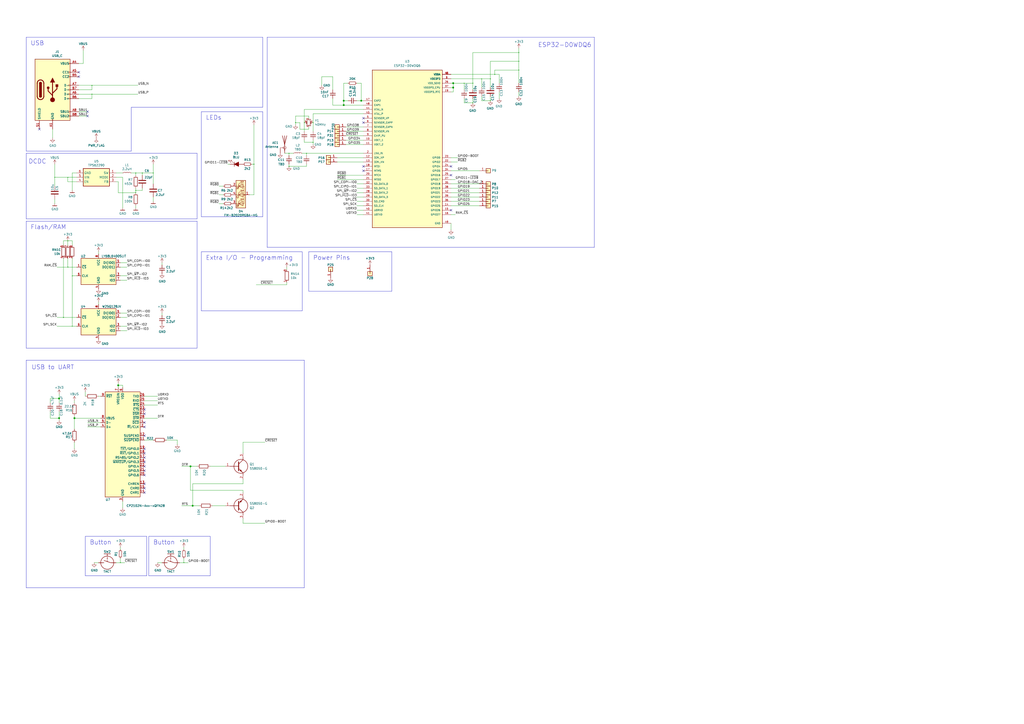
<source format=kicad_sch>
(kicad_sch (version 20231120) (generator "eeschema") (generator_version "8.0")
  (paper "A2")
  (title_block (title "ESP32-REACTJS-DEVKIT") (date "2024/2025") (company "GTS (Designed by: Engineer Silvio E. Viscuso)"))
  (lib_symbols
    (symbol "Connector:USB_C_Receptacle_USB2.0"
      (property "Reference" "J" (at -10.16 19.05 0))
      (property "Value" "USB_C_Receptacle_USB2.0" (at 19.05 19.05 0))
      (symbol "USB_C_Receptacle_USB2.0_1_1"
        (pin power_in line (at 0 -22.86 90) (length 5.08) (name "GND") (number "A1"))
        (pin passive line (at 0 -22.86 90) (length 5.08) hide (name "GND") (number "A12"))
        (pin power_in line (at 15.24 15.24 180) (length 5.08) (name "VBUS") (number "A4"))
        (pin bidirectional line (at 15.24 10.16 180) (length 5.08) (name "CC1") (number "A5"))
        (pin bidirectional line (at 15.24 -2.54 180) (length 5.08) (name "D+") (number "A6"))
        (pin bidirectional line (at 15.24 2.54 180) (length 5.08) (name "D-") (number "A7"))
        (pin bidirectional line (at 15.24 -12.7 180) (length 5.08) (name "SBU1") (number "A8"))
        (pin passive line (at 15.24 15.24 180) (length 5.08) hide (name "VBUS") (number "A9"))
        (pin passive line (at 0 -22.86 90) (length 5.08) hide (name "GND") (number "B1"))
        (pin passive line (at 0 -22.86 90) (length 5.08) hide (name "GND") (number "B12"))
        (pin passive line (at 15.24 15.24 180) (length 5.08) hide (name "VBUS") (number "B4"))
        (pin bidirectional line (at 15.24 7.62 180) (length 5.08) (name "CC2") (number "B5"))
        (pin bidirectional line (at 15.24 -5.08 180) (length 5.08) (name "D+") (number "B6"))
        (pin bidirectional line (at 15.24 0 180) (length 5.08) (name "D-") (number "B7"))
        (pin bidirectional line (at 15.24 -15.24 180) (length 5.08) (name "SBU2") (number "B8"))
        (pin passive line (at 15.24 15.24 180) (length 5.08) hide (name "VBUS") (number "B9"))
        (pin passive line (at -7.62 -22.86 90) (length 5.08) (name "SHIELD") (number "S1"))
      )
    )
    (symbol "Connector_Generic:Conn_01x01" (pin_names hide)
      (property "Reference" "J" (at 0 2.54 0))
      (property "Value" "Conn_01x01" (at 0 -2.54 0))
      (symbol "Conn_01x01_1_1"
        (pin passive line (at -5.08 0 0) (length 3.81) (name "Pin_1") (number "1"))
      )
    )
    (symbol "Device:Antenna_Shield" (pin_numbers hide) (pin_names hide)
      (property "Reference" "AE" (at -1.905 4.445 0))
      (property "Value" "Antenna_Shield" (at -1.905 2.54 0))
      (symbol "Antenna_Shield_1_1"
        (pin input line (at 0 -5.08 90) (length 2.54) (name "A") (number "1"))
        (pin input line (at 2.54 -5.08 90) (length 2.54) (name "Shield") (number "2"))
      )
    )
    (symbol "Device:C" (pin_numbers hide) (pin_names (offset 0.254))
      (property "Reference" "C" (at 0.635 2.54 0))
      (property "Value" "C" (at 0.635 -2.54 0))
      (symbol "C_1_1"
        (pin passive line (at 0 3.81 270) (length 2.794) (name "~") (number "1"))
        (pin passive line (at 0 -3.81 90) (length 2.794) (name "~") (number "2"))
      )
    )
    (symbol "Device:C_1" (pin_numbers hide) (pin_names (offset 0.254))
      (property "Reference" "C" (at 0.635 2.54 0))
      (property "Value" "C" (at 0.635 -2.54 0))
      (symbol "C_1_1_1"
        (pin passive line (at 0 3.81 270) (length 2.794) (name "~") (number "1"))
        (pin passive line (at 0 -3.81 90) (length 2.794) (name "~") (number "2"))
      )
    )
    (symbol "Device:C_2" (pin_numbers hide) (pin_names (offset 0.254))
      (property "Reference" "C" (at 0.635 2.54 0))
      (property "Value" "C" (at 0.635 -2.54 0))
      (symbol "C_2_1_1"
        (pin passive line (at 0 3.81 270) (length 2.794) (name "~") (number "1"))
        (pin passive line (at 0 -3.81 90) (length 2.794) (name "~") (number "2"))
      )
    )
    (symbol "Device:Crystal_GND24_Small" (pin_names hide)
      (property "Reference" "Y" (at 1.27 4.445 0))
      (property "Value" "Crystal_GND24_Small" (at 1.27 2.54 0))
      (symbol "Crystal_GND24_Small_1_1"
        (pin passive line (at -2.54 0 0) (length 1.27) (name "1") (number "1"))
        (pin passive line (at 0 -2.54 90) (length 0.635) (name "2") (number "2"))
        (pin passive line (at 2.54 0 180) (length 1.27) (name "3") (number "3"))
        (pin passive line (at 0 2.54 270) (length 0.635) (name "4") (number "4"))
      )
    )
    (symbol "Device:LED_ALT" (pin_numbers hide) (pin_names hide)
      (property "Reference" "D" (at 0 2.54 0))
      (property "Value" "LED_ALT" (at 0 -2.54 0))
      (symbol "LED_ALT_1_1"
        (pin passive line (at -3.81 0 0) (length 2.54) (name "K") (number "1"))
        (pin passive line (at 3.81 0 180) (length 2.54) (name "A") (number "2"))
      )
    )
    (symbol "Device:LED_ARBG" (pin_names (offset 0) hide)
      (property "Reference" "D" (at 0 9.398 0))
      (property "Value" "LED_ARBG" (at 0 -8.89 0))
      (symbol "LED_ARBG_0_0"
        (text "B" (at -1.905 -6.35 0) (effects (font (size 1.27 1.27))))
        (text "G" (at -1.905 -1.27 0) (effects (font (size 1.27 1.27))))
        (text "R" (at -1.905 3.81 0) (effects (font (size 1.27 1.27))))
      )
      (symbol "LED_ARBG_1_1"
        (pin passive line (at 5.08 0 180) (length 2.54) (name "A") (number "1"))
        (pin passive line (at -5.08 5.08 0) (length 2.54) (name "RK") (number "2"))
        (pin passive line (at -5.08 -5.08 0) (length 2.54) (name "BK") (number "3"))
        (pin passive line (at -5.08 0 0) (length 2.54) (name "GK") (number "4"))
      )
    )
    (symbol "Device:L_Small" (pin_numbers hide) (pin_names (offset 0.254) hide)
      (property "Reference" "L" (at 0.762 1.016 0))
      (property "Value" "L_Small" (at 0.762 -1.016 0))
      (symbol "L_Small_1_1"
        (pin passive line (at 0 2.54 270) (length 0.508) (name "~") (number "1"))
        (pin passive line (at 0 -2.54 90) (length 0.508) (name "~") (number "2"))
      )
    )
    (symbol "Device:L_Small_1" (pin_numbers hide) (pin_names (offset 0.254) hide)
      (property "Reference" "L" (at 0.762 1.016 0))
      (property "Value" "L_Small" (at 0.762 -1.016 0))
      (symbol "L_Small_1_1_1"
        (pin passive line (at 0 2.54 270) (length 0.508) (name "~") (number "1"))
        (pin passive line (at 0 -2.54 90) (length 0.508) (name "~") (number "2"))
      )
    )
    (symbol "Device:R" (pin_numbers hide) (pin_names (offset 0))
      (property "Reference" "R" (at 2.032 0 90))
      (property "Value" "R" (at 0 0 90))
      (symbol "R_1_1"
        (pin passive line (at 0 3.81 270) (length 1.27) (name "~") (number "1"))
        (pin passive line (at 0 -3.81 90) (length 1.27) (name "~") (number "2"))
      )
    )
    (symbol "Device:R_Pack04_Split" (pin_names (offset 0) hide)
      (property "Reference" "RN" (at 2.032 0 90))
      (property "Value" "R_Pack04_Split" (at 0 0 90))
      (symbol "R_Pack04_Split_1_1"
        (pin passive line (at 0 -3.81 90) (length 1.27) (name "R1.1") (number "1"))
        (pin passive line (at 0 3.81 270) (length 1.27) (name "R1.2") (number "8"))
      )
      (symbol "R_Pack04_Split_2_1"
        (pin passive line (at 0 -3.81 90) (length 1.27) (name "R2.1") (number "2"))
        (pin passive line (at 0 3.81 270) (length 1.27) (name "R2.2") (number "7"))
      )
      (symbol "R_Pack04_Split_3_1"
        (pin passive line (at 0 -3.81 90) (length 1.27) (name "R3.1") (number "3"))
        (pin passive line (at 0 3.81 270) (length 1.27) (name "R3.2") (number "6"))
      )
      (symbol "R_Pack04_Split_4_1"
        (pin passive line (at 0 -3.81 90) (length 1.27) (name "R4.1") (number "4"))
        (pin passive line (at 0 3.81 270) (length 1.27) (name "R4.2") (number "5"))
      )
    )
    (symbol "ESP32-D0WD:ESP32-D0WD" (pin_names (offset 1.016))
      (property "Reference" "U" (at -20.3223 45.7253 0))
      (property "Value" "ESP32-D0WD" (at -20.3476 -48.3256 0))
      (symbol "ESP32-D0WD_0_0"
        (pin power_in line (at 25.4 43.18 180) (length 5.08) (name "VDDA") (number "1"))
        (pin input line (at -25.4 5.08 0) (length 5.08) (name "VDET_1") (number "10"))
        (pin input line (at -25.4 2.54 0) (length 5.08) (name "VDET_2") (number "11"))
        (pin bidirectional line (at -25.4 -5.08 0) (length 5.08) (name "32K_XP") (number "12"))
        (pin bidirectional line (at -25.4 -7.62 0) (length 5.08) (name "32K_XN") (number "13"))
        (pin bidirectional line (at 25.4 -33.02 180) (length 5.08) (name "GPIO25") (number "14"))
        (pin bidirectional line (at 25.4 -35.56 180) (length 5.08) (name "GPIO26") (number "15"))
        (pin bidirectional line (at 25.4 -38.1 180) (length 5.08) (name "GPIO27") (number "16"))
        (pin bidirectional line (at -25.4 -12.7 0) (length 5.08) (name "MTMS") (number "17"))
        (pin bidirectional line (at -25.4 -10.16 0) (length 5.08) (name "MTDI") (number "18"))
        (pin power_in line (at 25.4 33.02 180) (length 5.08) (name "VDD3P3_RTC") (number "19"))
        (pin bidirectional line (at -25.4 -2.54 0) (length 5.08) (name "LNA_IN") (number "2"))
        (pin bidirectional line (at -25.4 -15.24 0) (length 5.08) (name "MTCK") (number "20"))
        (pin bidirectional line (at -25.4 -17.78 0) (length 5.08) (name "MTDO") (number "21"))
        (pin bidirectional line (at 25.4 -7.62 180) (length 5.08) (name "GPIO2") (number "22"))
        (pin bidirectional line (at 25.4 -5.08 180) (length 5.08) (name "GPIO0") (number "23"))
        (pin bidirectional line (at 25.4 -10.16 180) (length 5.08) (name "GPIO4") (number "24"))
        (pin bidirectional line (at 25.4 -15.24 180) (length 5.08) (name "GPIO16") (number "25"))
        (pin power_in line (at 25.4 38.1 180) (length 5.08) (name "VDD_SDIO") (number "26"))
        (pin bidirectional line (at 25.4 -17.78 180) (length 5.08) (name "GPIO17") (number "27"))
        (pin bidirectional line (at -25.4 -25.4 0) (length 5.08) (name "SD_DATA_2") (number "28"))
        (pin bidirectional line (at -25.4 -27.94 0) (length 5.08) (name "SD_DATA_3") (number "29"))
        (pin power_in line (at 25.4 40.64 180) (length 5.08) (name "VDD3P3") (number "3"))
        (pin bidirectional line (at -25.4 -30.48 0) (length 5.08) (name "SD_CMD") (number "30"))
        (pin bidirectional line (at -25.4 -33.02 0) (length 5.08) (name "SD_CLK") (number "31"))
        (pin bidirectional line (at -25.4 -20.32 0) (length 5.08) (name "SD_DATA_0") (number "32"))
        (pin bidirectional line (at -25.4 -22.86 0) (length 5.08) (name "SD_DATA_1") (number "33"))
        (pin bidirectional line (at 25.4 -12.7 180) (length 5.08) (name "GPIO5") (number "34"))
        (pin bidirectional line (at 25.4 -20.32 180) (length 5.08) (name "GPIO18") (number "35"))
        (pin bidirectional line (at 25.4 -30.48 180) (length 5.08) (name "GPIO23") (number "36"))
        (pin power_in line (at 25.4 35.56 180) (length 5.08) (name "VDD3P3_CPU") (number "37"))
        (pin bidirectional line (at 25.4 -22.86 180) (length 5.08) (name "GPIO19") (number "38"))
        (pin bidirectional line (at 25.4 -27.94 180) (length 5.08) (name "GPIO22") (number "39"))
        (pin power_in line (at 25.4 40.64 180) (length 5.08) (name "VDD3P3") (number "4"))
        (pin bidirectional line (at -25.4 -35.56 0) (length 5.08) (name "U0RXD") (number "40"))
        (pin bidirectional line (at -25.4 -38.1 0) (length 5.08) (name "U0TXD") (number "41"))
        (pin bidirectional line (at 25.4 -25.4 180) (length 5.08) (name "GPIO21") (number "42"))
        (pin power_in line (at 25.4 43.18 180) (length 5.08) (name "VDDA") (number "43"))
        (pin output line (at -25.4 22.86 0) (length 5.08) (name "XTAL_N") (number "44"))
        (pin input line (at -25.4 20.32 0) (length 5.08) (name "XTAL_P") (number "45"))
        (pin power_in line (at 25.4 43.18 180) (length 5.08) (name "VDDA") (number "46"))
        (pin input line (at -25.4 27.94 0) (length 5.08) (name "CAP2") (number "47"))
        (pin input line (at -25.4 25.4 0) (length 5.08) (name "CAP1") (number "48"))
        (pin power_in line (at 25.4 -43.18 180) (length 5.08) (name "GND") (number "49"))
        (pin input line (at -25.4 17.78 0) (length 5.08) (name "SENSOR_VP") (number "5"))
        (pin input line (at -25.4 15.24 0) (length 5.08) (name "SENSOR_CAPP") (number "6"))
        (pin input line (at -25.4 12.7 0) (length 5.08) (name "SENSOR_CAPN") (number "7"))
        (pin input line (at -25.4 10.16 0) (length 5.08) (name "SENSOR_VN") (number "8"))
        (pin input line (at -25.4 7.62 0) (length 5.08) (name "CHIP_PU") (number "9"))
      )
    )
    (symbol "Interface_USB:CP2102N-Axx-xQFN28"
      (property "Reference" "U" (at -8.89 31.75 0))
      (property "Value" "CP2102N-Axx-xQFN28" (at 12.7 31.75 0))
      (symbol "CP2102N-Axx-xQFN28_1_1"
        (pin input line (at 12.7 12.7 180) (length 2.54) (name "~{DCD}") (number "1"))
        (pin no_connect line (at -10.16 -27.94 0) (length 2.54) hide (name "NC") (number "10"))
        (pin output line (at 12.7 2.54 180) (length 2.54) (name "~{SUSPEND}") (number "11"))
        (pin output line (at 12.7 5.08 180) (length 2.54) (name "SUSPEND") (number "12"))
        (pin output line (at 12.7 -22.86 180) (length 2.54) (name "CHREN") (number "13"))
        (pin output line (at 12.7 -27.94 180) (length 2.54) (name "CHR1") (number "14"))
        (pin output line (at 12.7 -25.4 180) (length 2.54) (name "CHR0") (number "15"))
        (pin bidirectional line (at 12.7 -10.16 180) (length 2.54) (name "~{WAKEUP}/GPIO.3") (number "16"))
        (pin bidirectional line (at 12.7 -7.62 180) (length 2.54) (name "RS485/GPIO.2") (number "17"))
        (pin bidirectional line (at 12.7 -5.08 180) (length 2.54) (name "~{RXT}/GPIO.1") (number "18"))
        (pin bidirectional line (at 12.7 -2.54 180) (length 2.54) (name "~{TXT}/GPIO.0") (number "19"))
        (pin bidirectional line (at 12.7 10.16 180) (length 2.54) (name "~{RI}/CLK") (number "2"))
        (pin bidirectional line (at 12.7 -17.78 180) (length 2.54) (name "GPIO.6") (number "20"))
        (pin bidirectional line (at 12.7 -15.24 180) (length 2.54) (name "GPIO.5") (number "21"))
        (pin bidirectional line (at 12.7 -12.7 180) (length 2.54) (name "GPIO.4") (number "22"))
        (pin input line (at 12.7 20.32 180) (length 2.54) (name "~{CTS}") (number "23"))
        (pin output line (at 12.7 22.86 180) (length 2.54) (name "~{RTS}") (number "24"))
        (pin input line (at 12.7 25.4 180) (length 2.54) (name "RXD") (number "25"))
        (pin output line (at 12.7 27.94 180) (length 2.54) (name "TXD") (number "26"))
        (pin input line (at 12.7 17.78 180) (length 2.54) (name "~{DSR}") (number "27"))
        (pin output line (at 12.7 15.24 180) (length 2.54) (name "~{DTR}") (number "28"))
        (pin passive line (at 0 -33.02 90) (length 2.54) hide (name "GND") (number "29"))
        (pin power_in line (at 0 -33.02 90) (length 2.54) (name "GND") (number "3"))
        (pin bidirectional line (at -12.7 10.16 0) (length 2.54) (name "D+") (number "4"))
        (pin bidirectional line (at -12.7 12.7 0) (length 2.54) (name "D-") (number "5"))
        (pin power_in line (at 0 33.02 270) (length 2.54) (name "VDD") (number "6"))
        (pin power_in line (at -2.54 33.02 270) (length 2.54) (name "VREGIN") (number "7"))
        (pin input line (at -12.7 15.24 0) (length 2.54) (name "VBUS") (number "8"))
        (pin input line (at -12.7 27.94 0) (length 2.54) (name "~{RST}") (number "9"))
      )
    )
    (symbol "Memory_Flash:W25Q32JVSS"
      (property "Reference" "U" (at -8.89 8.89 0))
      (property "Value" "W25Q32JVSS" (at 7.62 8.89 0))
      (symbol "W25Q32JVSS_1_1"
        (pin input line (at -12.7 2.54 0) (length 2.54) (name "~{CS}") (number "1"))
        (pin bidirectional line (at 12.7 2.54 180) (length 2.54) (name "DO(IO1)") (number "2"))
        (pin bidirectional line (at 12.7 -2.54 180) (length 2.54) (name "IO2") (number "3"))
        (pin power_in line (at 0 -10.16 90) (length 2.54) (name "GND") (number "4"))
        (pin bidirectional line (at 12.7 5.08 180) (length 2.54) (name "DI(IO0)") (number "5"))
        (pin input line (at -12.7 -2.54 0) (length 2.54) (name "CLK") (number "6"))
        (pin bidirectional line (at 12.7 -5.08 180) (length 2.54) (name "IO3") (number "7"))
        (pin power_in line (at 0 10.16 270) (length 2.54) (name "VCC") (number "8"))
      )
    )
    (symbol "SS8050-G:SS8050-G" (pin_names hide)
      (property "Reference" "Q" (at 13.97 1.27 0))
      (property "Value" "SS8050-G" (at 13.97 -1.27 0))
      (symbol "SS8050-G_1_1"
        (pin passive line (at 0 0 0) (length 2.54) (name "B") (number "1"))
        (pin passive line (at 10.16 -7.62 90) (length 2.54) (name "E") (number "2"))
        (pin passive line (at 10.16 7.62 270) (length 2.54) (name "C") (number "3"))
      )
    )
    (symbol "gkl_pmic:TPS62290"
      (property "Reference" "U" (at 0 7.62 0))
      (property "Value" "TPS62290" (at 0 5.08 0))
      (symbol "TPS62290_1_1"
        (pin input line (at -11.43 0 0) (length 3.81) (name "SW") (number "1"))
        (pin input line (at -11.43 -2.54 0) (length 3.81) (name "MODE") (number "2"))
        (pin input line (at -11.43 -5.08 0) (length 3.81) (name "FB") (number "3"))
        (pin input line (at 11.43 -5.08 180) (length 3.81) (name "EN") (number "4"))
        (pin input line (at 11.43 -2.54 180) (length 3.81) (name "VIN") (number "5"))
        (pin input line (at 11.43 0 180) (length 3.81) (name "GND") (number "6"))
        (pin input line (at 11.43 0 180) (length 3.81) hide (name "GND") (number "7"))
      )
    )
    (symbol "gkl_power:GND" (power) (pin_names (offset 0))
      (property "Value" "GND" (at 0 -2.54 0))
      (symbol "GND_1_1"
        (pin power_in line (at 0 0 270) (length 0) hide (name "GND") (number "1"))
      )
    )
    (symbol "icebreaker-bitsy-rescue:TACT-pkl_misc" (pin_numbers hide) (pin_names hide)
      (property "Reference" "SW1" (at 0 6.35 0))
      (property "Value" "TACT" (at 0 -5.08 0))
      (symbol "TACT-pkl_misc_1_1"
        (pin passive line (at -5.08 0 0) (length 2.54) (name "~") (number "1"))
        (pin passive line (at -5.08 0 0) (length 2.54) (name "~") (number "2"))
        (pin passive line (at 5.08 0 180) (length 2.54) (name "~") (number "3"))
        (pin passive line (at 5.08 0 180) (length 2.54) (name "~") (number "4"))
      )
    )
    (symbol "icebreaker-bitsy-rescue:pkl_C-pkl_device" (pin_numbers hide) (pin_names (offset 0.254))
      (property "Reference" "C" (at 0.635 2.54 0))
      (property "Value" "pkl_C-pkl_device" (at 0.635 -2.54 0))
      (symbol "pkl_C-pkl_device_1_1"
        (pin passive line (at 0 2.54 270) (length 1.524) (name "~") (number "1"))
        (pin passive line (at 0 -2.54 90) (length 1.524) (name "~") (number "2"))
      )
    )
    (symbol "icebreaker-bitsy-rescue:pkl_C_Small-pkl_device" (pin_numbers hide) (pin_names (offset 0.254) hide)
      (property "Reference" "C" (at 0.254 1.778 0))
      (property "Value" "pkl_C_Small-pkl_device" (at 0.254 -2.032 0))
      (symbol "pkl_C_Small-pkl_device_1_1"
        (pin passive line (at 0 2.54 270) (length 1.905) (name "~") (number "1"))
        (pin passive line (at 0 -2.54 90) (length 2.032) (name "~") (number "2"))
      )
    )
    (symbol "icebreaker-bitsy-rescue:pkl_R_Small-pkl_device" (pin_numbers hide) (pin_names (offset 0.254) hide)
      (property "Reference" "R" (at 0.762 0.508 0))
      (property "Value" "pkl_R_Small-pkl_device" (at 0.762 -1.016 0))
      (symbol "pkl_R_Small-pkl_device_1_1"
        (pin passive line (at 0 2.54 270) (length 0.762) (name "~") (number "1"))
        (pin passive line (at 0 -2.54 90) (length 0.762) (name "~") (number "2"))
      )
    )
    (symbol "power:+3V3" (power) (pin_names (offset 0))
      (property "Value" "+3V3" (at 0 3.556 0))
      (symbol "+3V3_1_1"
        (pin power_in line (at 0 0 90) (length 0) hide (name "+3V3") (number "1"))
      )
    )
    (symbol "power:GND" (power) (pin_names (offset 0))
      (property "Value" "GND" (at 0 -3.81 0))
      (symbol "GND_1_1"
        (pin power_in line (at 0 0 270) (length 0) hide (name "GND") (number "1"))
      )
    )
    (symbol "power:PWR_FLAG" (power) (pin_numbers hide) (pin_names (offset 0) hide)
      (property "Value" "PWR_FLAG" (at 0 3.81 0))
      (symbol "PWR_FLAG_0_0"
        (pin power_out line (at 0 0 90) (length 0) (name "pwr") (number "1"))
      )
    )
    (symbol "power:VBUS" (power) (pin_names (offset 0))
      (property "Value" "VBUS" (at 0 3.81 0))
      (symbol "VBUS_1_1"
        (pin power_in line (at 0 0 90) (length 0) hide (name "VBUS") (number "1"))
      )
    )
  )
  (junction (at 279.4 45.72) (diameter 0.3048))
  (junction (at 82.55 100.33) (diameter 0.3048))
  (junction (at 300.99 40.64) (diameter 0.3048))
  (junction (at 34.29 242.57))
  (junction (at 177.8 88.9) (diameter 0.3048))
  (junction (at 262.89 50.8))
  (junction (at 41.91 189.23) (diameter 0.3048))
  (junction (at 53.34 54.61) (diameter 0.3048))
  (junction (at 147.32 95.25) (diameter 0.3048))
  (junction (at 262.89 48.26))
  (junction (at 69.85 326.39) (diameter 0.3048))
  (junction (at 106.68 326.39) (diameter 0.3048))
  (junction (at 39.37 102.87) (diameter 0.3048))
  (junction (at 300.99 35.56) (diameter 0.3048))
  (junction (at 111.76 293.37))
  (junction (at 36.83 184.15) (diameter 0.3048))
  (junction (at 171.45 71.12) (diameter 0.3048))
  (junction (at 300.99 30.48) (diameter 0.3048))
  (junction (at 167.64 96.52) (diameter 0.3048))
  (junction (at 209.55 58.42))
  (junction (at 110.49 270.51))
  (junction (at 284.48 58.42) (diameter 0.3048))
  (junction (at 78.74 110.49) (diameter 0.3048))
  (junction (at 34.29 231.14))
  (junction (at 274.32 48.26) (diameter 0.3048))
  (junction (at 181.61 71.12) (diameter 0.3048))
  (junction (at 39.37 154.94) (diameter 0.3048))
  (junction (at 78.74 100.33) (diameter 0.3048))
  (junction (at 88.9 100.33) (diameter 0.3048))
  (junction (at 43.18 242.57))
  (junction (at 181.61 82.55) (diameter 0.3048))
  (junction (at 269.24 48.26) (diameter 0.3048))
  (junction (at 274.32 59.69) (diameter 0.3048))
  (junction (at 39.37 139.7) (diameter 0.3048))
  (junction (at 31.75 102.87) (diameter 0.3048))
  (junction (at 287.02 43.18) (diameter 0.3048))
  (junction (at 167.64 88.9) (diameter 0.3048))
  (junction (at 68.58 223.52))
  (junction (at 41.91 160.02) (diameter 0.3048))
  (junction (at 53.34 49.53) (diameter 0.3048))
  (junction (at 199.39 60.96))
  (junction (at 78.74 111.76) (diameter 0.3048))
  (junction (at 284.48 45.72) (diameter 0.3048))
  (junction (at 176.53 71.12) (diameter 0.3048))
  (junction (at 199.39 58.42))
  (no_connect (at 45.72 44.45))
  (no_connect (at 210.82 96.52))
  (no_connect (at 83.82 283.21))
  (no_connect (at 83.82 260.35))
  (no_connect (at 83.82 237.49))
  (no_connect (at 261.62 96.52))
  (no_connect (at 83.82 270.51))
  (no_connect (at 83.82 275.59))
  (no_connect (at 210.82 71.12))
  (no_connect (at 261.62 101.6))
  (no_connect (at 83.82 240.03))
  (no_connect (at 83.82 262.89))
  (no_connect (at 45.72 41.91))
  (no_connect (at 22.86 74.93))
  (no_connect (at 83.82 265.43))
  (no_connect (at 83.82 247.65))
  (no_connect (at 83.82 252.73))
  (no_connect (at 83.82 285.75))
  (no_connect (at 83.82 267.97))
  (no_connect (at 83.82 245.11))
  (no_connect (at 83.82 273.05))
  (no_connect (at 210.82 99.06))
  (no_connect (at 50.8 67.31))
  (no_connect (at 261.62 121.92))
  (no_connect (at 50.8 64.77))
  (no_connect (at 210.82 68.58))
  (no_connect (at 83.82 280.67))
  (polyline (pts (xy 15.24 208.915) (xy 176.53 208.915)))
  (wire (pts (xy 82.55 109.22) (xy 82.55 110.49)))
  (wire (pts (xy 279.4 55.88) (xy 279.4 58.42)))
  (wire (pts (xy 148.59 165.1) (xy 166.37 165.1)))
  (wire (pts (xy 68.58 105.41) (xy 67.31 105.41)))
  (wire (pts (xy 91.44 229.87) (xy 83.82 229.87)))
  (wire (pts (xy 39.37 105.41) (xy 39.37 102.87)))
  (wire (pts (xy 57.15 326.39) (xy 54.61 326.39)))
  (polyline (pts (xy 114.3 88.9) (xy 15.24 88.9)) (stroke (width 0) (type solid)))
  (wire (pts (xy 41.91 100.33) (xy 41.91 110.49)))
  (polyline (pts (xy 85.09 334.01) (xy 85.09 311.15)) (stroke (width 0) (type solid)))
  (polyline (pts (xy 152.4 64.77) (xy 116.84 64.77)) (stroke (width 0) (type solid)))
  (wire (pts (xy 210.82 66.04) (xy 181.61 66.04)))
  (wire (pts (xy 39.37 154.94) (xy 44.45 154.94)))
  (wire (pts (xy 39.37 139.7) (xy 39.37 142.24)))
  (wire (pts (xy 29.21 231.14) (xy 34.29 231.14)))
  (wire (pts (xy 69.85 317.5) (xy 69.85 318.77)))
  (wire (pts (xy 110.49 284.48) (xy 110.49 270.51)))
  (wire (pts (xy 146.05 95.25) (xy 147.32 95.25)))
  (wire (pts (xy 274.32 59.69) (xy 269.24 59.69)))
  (wire (pts (xy 261.62 133.35) (xy 261.62 129.54)))
  (wire (pts (xy 261.62 106.68) (xy 278.13 106.68)))
  (wire (pts (xy 284.48 45.72) (xy 279.4 45.72)))
  (polyline (pts (xy 114.3 127) (xy 15.24 127)) (stroke (width 0) (type solid)))
  (wire (pts (xy 261.62 114.3) (xy 278.13 114.3)))
  (wire (pts (xy 91.44 234.95) (xy 83.82 234.95)))
  (wire (pts (xy 29.21 233.68) (xy 29.21 231.14)))
  (polyline (pts (xy 116.84 64.77) (xy 116.84 125.73)) (stroke (width 0) (type solid)))
  (wire (pts (xy 210.82 60.96) (xy 199.39 60.96)))
  (wire (pts (xy 53.34 54.61) (xy 80.01 54.61)))
  (polyline (pts (xy 175.26 180.34) (xy 116.84 180.34)) (stroke (width 0) (type solid)))
  (wire (pts (xy 289.56 43.18) (xy 289.56 48.26)))
  (wire (pts (xy 300.99 27.94) (xy 300.99 30.48)))
  (wire (pts (xy 207.01 111.76) (xy 210.82 111.76)))
  (wire (pts (xy 167.64 95.25) (xy 167.64 96.52)))
  (wire (pts (xy 43.18 241.3) (xy 43.18 242.57)))
  (wire (pts (xy 287.02 40.64) (xy 300.99 40.64)))
  (wire (pts (xy 106.68 317.5) (xy 106.68 318.77)))
  (polyline (pts (xy 175.26 180.34) (xy 175.26 146.05)) (stroke (width 0) (type solid)))
  (polyline (pts (xy 176.53 340.995) (xy 15.24 340.995)))
  (polyline (pts (xy 154.94 143.51) (xy 154.94 21.59)) (stroke (width 0) (type solid)))
  (wire (pts (xy 181.61 82.55) (xy 181.61 81.28)))
  (wire (pts (xy 88.9 100.33) (xy 88.9 106.68)))
  (wire (pts (xy 78.74 100.33) (xy 82.55 100.33)))
  (wire (pts (xy 57.15 146.05) (xy 57.15 147.32)))
  (wire (pts (xy 106.68 326.39) (xy 106.68 323.85)))
  (wire (pts (xy 34.29 228.6) (xy 34.29 231.14)))
  (polyline (pts (xy 152.4 64.77) (xy 152.4 125.73)) (stroke (width 0) (type solid)))
  (wire (pts (xy 41.91 189.23) (xy 44.45 189.23)))
  (wire (pts (xy 69.85 154.94) (xy 73.66 154.94)))
  (wire (pts (xy 284.48 55.88) (xy 284.48 58.42)))
  (wire (pts (xy 261.62 116.84) (xy 278.13 116.84)))
  (wire (pts (xy 69.85 326.39) (xy 72.39 326.39)))
  (wire (pts (xy 179.07 73.66) (xy 179.07 74.93)))
  (wire (pts (xy 170.18 88.9) (xy 167.64 88.9)))
  (wire (pts (xy 82.55 100.33) (xy 82.55 101.6)))
  (wire (pts (xy 110.49 270.51) (xy 114.3 270.51)))
  (wire (pts (xy 147.32 72.39) (xy 147.32 95.25)))
  (wire (pts (xy 93.98 152.4) (xy 93.98 153.67)))
  (wire (pts (xy 127 107.95) (xy 129.54 107.95)))
  (wire (pts (xy 278.13 111.76) (xy 261.62 111.76)))
  (wire (pts (xy 274.32 30.48) (xy 300.99 30.48)))
  (polyline (pts (xy 15.24 201.93) (xy 15.24 128.27)) (stroke (width 0) (type solid)))
  (wire (pts (xy 199.39 60.96) (xy 193.04 60.96)))
  (wire (pts (xy 45.72 36.83) (xy 48.26 36.83)))
  (wire (pts (xy 83.82 255.27) (xy 88.9 255.27)))
  (wire (pts (xy 179.07 67.31) (xy 179.07 68.58)))
  (wire (pts (xy 140.97 278.13) (xy 140.97 280.67)))
  (wire (pts (xy 49.53 229.87) (xy 49.53 227.33)))
  (polyline (pts (xy 85.09 334.01) (xy 49.53 334.01)) (stroke (width 0) (type solid)))
  (polyline (pts (xy 121.92 334.01) (xy 121.92 311.15)) (stroke (width 0) (type solid)))
  (wire (pts (xy 209.55 48.26) (xy 209.55 58.42)))
  (wire (pts (xy 50.8 247.65) (xy 58.42 247.65)))
  (wire (pts (xy 88.9 114.3) (xy 88.9 116.84)))
  (wire (pts (xy 44.45 105.41) (xy 39.37 105.41)))
  (wire (pts (xy 78.74 110.49) (xy 82.55 110.49)))
  (wire (pts (xy 181.61 76.2) (xy 181.61 71.12)))
  (wire (pts (xy 207.01 109.22) (xy 210.82 109.22)))
  (wire (pts (xy 140.97 256.54) (xy 140.97 262.89)))
  (wire (pts (xy 264.16 104.14) (xy 261.62 104.14)))
  (wire (pts (xy 105.41 270.51) (xy 110.49 270.51)))
  (wire (pts (xy 200.66 83.82) (xy 210.82 83.82)))
  (wire (pts (xy 195.58 93.98) (xy 210.82 93.98)))
  (wire (pts (xy 33.02 189.23) (xy 41.91 189.23)))
  (wire (pts (xy 207.01 116.84) (xy 210.82 116.84)))
  (polyline (pts (xy 76.2 62.23) (xy 76.2 87.63)) (stroke (width 0) (type solid)))
  (wire (pts (xy 48.26 36.83) (xy 48.26 29.21)))
  (polyline (pts (xy 15.24 128.27) (xy 114.3 128.27)) (stroke (width 0) (type solid)))
  (polyline (pts (xy 15.24 21.59) (xy 152.4 21.59)) (stroke (width 0) (type solid)))
  (polyline (pts (xy 227.33 146.05) (xy 227.33 168.91)) (stroke (width 0) (type solid)))
  (wire (pts (xy 176.53 82.55) (xy 181.61 82.55)))
  (polyline (pts (xy 121.92 311.15) (xy 86.36 311.15)) (stroke (width 0) (type solid)))
  (wire (pts (xy 33.02 154.94) (xy 39.37 154.94)))
  (wire (pts (xy 45.72 67.31) (xy 50.8 67.31)))
  (wire (pts (xy 106.68 326.39) (xy 109.22 326.39)))
  (wire (pts (xy 173.99 74.93) (xy 173.99 71.12)))
  (wire (pts (xy 69.85 184.15) (xy 73.66 184.15)))
  (wire (pts (xy 261.62 91.44) (xy 265.43 91.44)))
  (wire (pts (xy 147.32 113.03) (xy 147.32 95.25)))
  (wire (pts (xy 269.24 57.15) (xy 269.24 59.69)))
  (wire (pts (xy 153.67 256.54) (xy 140.97 256.54)))
  (wire (pts (xy 207.01 121.92) (xy 210.82 121.92)))
  (wire (pts (xy 93.98 181.61) (xy 93.98 182.88)))
  (wire (pts (xy 45.72 49.53) (xy 53.34 49.53)))
  (wire (pts (xy 176.53 76.2) (xy 176.53 71.12)))
  (wire (pts (xy 261.62 99.06) (xy 278.13 99.06)))
  (wire (pts (xy 177.8 96.52) (xy 167.64 96.52)))
  (wire (pts (xy 78.74 109.22) (xy 78.74 110.49)))
  (wire (pts (xy 140.97 285.75) (xy 140.97 284.48)))
  (wire (pts (xy 207.01 48.26) (xy 209.55 48.26)))
  (polyline (pts (xy 121.92 334.01) (xy 86.36 334.01)) (stroke (width 0) (type solid)))
  (wire (pts (xy 140.97 303.53) (xy 140.97 300.99)))
  (wire (pts (xy 132.08 95.25) (xy 133.35 95.25)))
  (wire (pts (xy 50.8 245.11) (xy 58.42 245.11)))
  (polyline (pts (xy 116.84 180.34) (xy 116.84 146.05)) (stroke (width 0) (type solid)))
  (wire (pts (xy 68.58 223.52) (xy 71.12 223.52)))
  (wire (pts (xy 36.83 184.15) (xy 44.45 184.15)))
  (wire (pts (xy 261.62 119.38) (xy 278.13 119.38)))
  (wire (pts (xy 31.75 102.87) (xy 39.37 102.87)))
  (polyline (pts (xy 227.33 168.91) (xy 179.07 168.91)) (stroke (width 0) (type solid)))
  (wire (pts (xy 91.44 242.57) (xy 83.82 242.57)))
  (wire (pts (xy 57.15 229.87) (xy 58.42 229.87)))
  (wire (pts (xy 269.24 48.26) (xy 269.24 52.07)))
  (wire (pts (xy 127 113.03) (xy 129.54 113.03)))
  (wire (pts (xy 210.82 63.5) (xy 176.53 63.5)))
  (polyline (pts (xy 15.24 88.9) (xy 15.24 127)) (stroke (width 0) (type solid)))
  (wire (pts (xy 300.99 40.64) (xy 300.99 48.26)))
  (wire (pts (xy 78.74 100.33) (xy 78.74 101.6)))
  (wire (pts (xy 68.58 223.52) (xy 68.58 224.79)))
  (wire (pts (xy 274.32 48.26) (xy 269.24 48.26)))
  (wire (pts (xy 29.21 238.76) (xy 29.21 242.57)))
  (wire (pts (xy 287.02 40.64) (xy 287.02 43.18)))
  (wire (pts (xy 41.91 100.33) (xy 44.45 100.33)))
  (polyline (pts (xy 114.3 88.9) (xy 114.3 127)) (stroke (width 0) (type solid)))
  (polyline (pts (xy 114.3 201.93) (xy 15.24 201.93)) (stroke (width 0) (type solid)))
  (wire (pts (xy 284.48 58.42) (xy 279.4 58.42)))
  (wire (pts (xy 265.43 93.98) (xy 261.62 93.98)))
  (wire (pts (xy 173.99 71.12) (xy 171.45 71.12)))
  (wire (pts (xy 57.15 175.26) (xy 57.15 176.53)))
  (wire (pts (xy 31.75 107.95) (xy 31.75 102.87)))
  (wire (pts (xy 71.12 102.87) (xy 71.12 120.65)))
  (wire (pts (xy 41.91 160.02) (xy 41.91 189.23)))
  (wire (pts (xy 177.8 88.9) (xy 210.82 88.9)))
  (wire (pts (xy 69.85 160.02) (xy 73.66 160.02)))
  (wire (pts (xy 176.53 81.28) (xy 176.53 82.55)))
  (wire (pts (xy 127 118.11) (xy 129.54 118.11)))
  (wire (pts (xy 177.8 88.9) (xy 175.26 88.9)))
  (wire (pts (xy 261.62 48.26) (xy 262.89 48.26)))
  (wire (pts (xy 201.93 48.26) (xy 199.39 48.26)))
  (wire (pts (xy 121.92 270.51) (xy 130.81 270.51)))
  (wire (pts (xy 195.58 104.14) (xy 210.82 104.14)))
  (wire (pts (xy 69.85 326.39) (xy 69.85 323.85)))
  (wire (pts (xy 209.55 58.42) (xy 210.82 58.42)))
  (polyline (pts (xy 152.4 21.59) (xy 152.4 62.23)) (stroke (width 0) (type solid)))
  (wire (pts (xy 261.62 50.8) (xy 262.89 50.8)))
  (wire (pts (xy 69.85 191.77) (xy 73.66 191.77)))
  (wire (pts (xy 300.99 35.56) (xy 300.99 40.64)))
  (wire (pts (xy 34.29 231.14) (xy 34.29 233.68)))
  (wire (pts (xy 78.74 110.49) (xy 78.74 111.76)))
  (wire (pts (xy 171.45 67.31) (xy 179.07 67.31)))
  (wire (pts (xy 207.01 119.38) (xy 210.82 119.38)))
  (wire (pts (xy 284.48 50.8) (xy 284.48 45.72)))
  (wire (pts (xy 69.85 162.56) (xy 73.66 162.56)))
  (wire (pts (xy 200.66 73.66) (xy 210.82 73.66)))
  (wire (pts (xy 261.62 45.72) (xy 279.4 45.72)))
  (wire (pts (xy 96.52 255.27) (xy 102.87 255.27)))
  (wire (pts (xy 261.62 109.22) (xy 278.13 109.22)))
  (wire (pts (xy 289.56 53.34) (xy 289.56 57.15)))
  (wire (pts (xy 43.18 242.57) (xy 43.18 248.92)))
  (wire (pts (xy 199.39 48.26) (xy 199.39 58.42)))
  (polyline (pts (xy 176.53 208.915) (xy 176.53 340.995)))
  (wire (pts (xy 67.31 100.33) (xy 71.12 100.33)))
  (wire (pts (xy 195.58 101.6) (xy 210.82 101.6)))
  (polyline (pts (xy 76.2 87.63) (xy 15.24 87.63)) (stroke (width 0) (type solid)))
  (wire (pts (xy 82.55 100.33) (xy 88.9 100.33)))
  (wire (pts (xy 31.75 115.57) (xy 31.75 118.11)))
  (wire (pts (xy 207.01 114.3) (xy 210.82 114.3)))
  (wire (pts (xy 43.18 232.41) (xy 43.18 233.68)))
  (polyline (pts (xy 152.4 62.23) (xy 76.2 62.23)) (stroke (width 0) (type solid)))
  (wire (pts (xy 167.64 88.9) (xy 165.1 88.9)))
  (wire (pts (xy 181.61 66.04) (xy 181.61 71.12)))
  (wire (pts (xy 177.8 95.25) (xy 177.8 96.52)))
  (wire (pts (xy 207.01 58.42) (xy 209.55 58.42)))
  (wire (pts (xy 279.4 45.72) (xy 279.4 50.8)))
  (wire (pts (xy 104.14 326.39) (xy 106.68 326.39)))
  (wire (pts (xy 186.69 44.45) (xy 193.04 44.45)))
  (wire (pts (xy 111.76 280.67) (xy 111.76 293.37)))
  (wire (pts (xy 176.53 63.5) (xy 176.53 71.12)))
  (wire (pts (xy 36.83 139.7) (xy 36.83 142.24)))
  (wire (pts (xy 200.66 81.28) (xy 210.82 81.28)))
  (polyline (pts (xy 344.805 21.59) (xy 344.805 143.51)) (stroke (width 0) (type solid)))
  (wire (pts (xy 34.29 238.76) (xy 34.29 242.57)))
  (wire (pts (xy 201.93 58.42) (xy 199.39 58.42)))
  (wire (pts (xy 53.34 49.53) (xy 80.01 49.53)))
  (wire (pts (xy 78.74 119.38) (xy 78.74 120.65)))
  (wire (pts (xy 68.58 111.76) (xy 68.58 105.41)))
  (wire (pts (xy 262.89 48.26) (xy 269.24 48.26)))
  (polyline (pts (xy 154.94 21.59) (xy 344.805 21.59)) (stroke (width 0) (type solid)))
  (polyline (pts (xy 152.4 125.73) (xy 116.84 125.73)) (stroke (width 0) (type solid)))
  (wire (pts (xy 33.02 184.15) (xy 36.83 184.15)))
  (polyline (pts (xy 85.09 311.15) (xy 49.53 311.15)) (stroke (width 0) (type solid)))
  (wire (pts (xy 91.44 232.41) (xy 83.82 232.41)))
  (wire (pts (xy 274.32 57.15) (xy 274.32 59.69)))
  (wire (pts (xy 69.85 152.4) (xy 73.66 152.4)))
  (wire (pts (xy 186.69 49.53) (xy 186.69 44.45)))
  (wire (pts (xy 200.66 78.74) (xy 210.82 78.74)))
  (wire (pts (xy 199.39 58.42) (xy 199.39 60.96)))
  (wire (pts (xy 88.9 95.25) (xy 88.9 100.33)))
  (wire (pts (xy 36.83 149.86) (xy 36.83 184.15)))
  (wire (pts (xy 284.48 35.56) (xy 300.99 35.56)))
  (wire (pts (xy 179.07 74.93) (xy 173.99 74.93)))
  (wire (pts (xy 300.99 30.48) (xy 300.99 35.56)))
  (wire (pts (xy 207.01 124.46) (xy 210.82 124.46)))
  (polyline (pts (xy 175.26 146.05) (xy 116.84 146.05)) (stroke (width 0) (type solid)))
  (wire (pts (xy 39.37 149.86) (xy 39.37 154.94)))
  (wire (pts (xy 207.01 106.68) (xy 210.82 106.68)))
  (wire (pts (xy 171.45 71.12) (xy 171.45 67.31)))
  (wire (pts (xy 93.98 326.39) (xy 91.44 326.39)))
  (wire (pts (xy 76.2 100.33) (xy 78.74 100.33)))
  (wire (pts (xy 31.75 95.25) (xy 31.75 102.87)))
  (polyline (pts (xy 344.805 143.51) (xy 154.94 143.51)) (stroke (width 0) (type solid)))
  (wire (pts (xy 153.67 303.53) (xy 140.97 303.53)))
  (wire (pts (xy 261.62 53.34) (xy 262.89 53.34)))
  (wire (pts (xy 43.18 242.57) (xy 58.42 242.57)))
  (polyline (pts (xy 114.3 128.27) (xy 114.3 201.93)) (stroke (width 0) (type solid)))
  (wire (pts (xy 195.58 91.44) (xy 210.82 91.44)))
  (wire (pts (xy 39.37 139.7) (xy 36.83 139.7)))
  (wire (pts (xy 102.87 255.27) (xy 102.87 257.81)))
  (wire (pts (xy 264.16 124.46) (xy 261.62 124.46)))
  (wire (pts (xy 34.29 242.57) (xy 34.29 243.84)))
  (wire (pts (xy 274.32 30.48) (xy 274.32 48.26)))
  (wire (pts (xy 45.72 64.77) (xy 50.8 64.77)))
  (wire (pts (xy 193.04 60.96) (xy 193.04 57.15)))
  (wire (pts (xy 39.37 139.7) (xy 41.91 139.7)))
  (wire (pts (xy 69.85 189.23) (xy 73.66 189.23)))
  (wire (pts (xy 43.18 256.54) (xy 43.18 260.35)))
  (wire (pts (xy 166.37 165.1) (xy 166.37 163.83)))
  (wire (pts (xy 45.72 54.61) (xy 53.34 54.61)))
  (wire (pts (xy 167.64 88.9) (xy 167.64 90.17)))
  (wire (pts (xy 289.56 43.18) (xy 287.02 43.18)))
  (wire (pts (xy 144.78 113.03) (xy 147.32 113.03)))
  (wire (pts (xy 274.32 52.07) (xy 274.32 48.26)))
  (wire (pts (xy 200.66 76.2) (xy 210.82 76.2)))
  (wire (pts (xy 166.37 154.94) (xy 166.37 156.21)))
  (wire (pts (xy 171.45 72.39) (xy 171.45 71.12)))
  (wire (pts (xy 78.74 111.76) (xy 68.58 111.76)))
  (wire (pts (xy 41.91 149.86) (xy 41.91 160.02)))
  (wire (pts (xy 29.21 242.57) (xy 34.29 242.57)))
  (wire (pts (xy 300.99 55.88) (xy 300.99 53.34)))
  (wire (pts (xy 68.58 222.25) (xy 68.58 223.52)))
  (wire (pts (xy 45.72 52.07) (xy 53.34 52.07)))
  (wire (pts (xy 45.72 57.15) (xy 53.34 57.15)))
  (wire (pts (xy 71.12 290.83) (xy 71.12 294.64)))
  (wire (pts (xy 262.89 50.8) (xy 262.89 48.26)))
  (polyline (pts (xy 49.53 334.01) (xy 49.53 311.15)) (stroke (width 0) (type solid)))
  (wire (pts (xy 105.41 293.37) (xy 111.76 293.37)))
  (wire (pts (xy 41.91 139.7) (xy 41.91 142.24)))
  (polyline (pts (xy 15.24 208.915) (xy 15.24 340.995)))
  (wire (pts (xy 284.48 35.56) (xy 284.48 45.72)))
  (wire (pts (xy 53.34 57.15) (xy 53.34 54.61)))
  (wire (pts (xy 140.97 284.48) (xy 110.49 284.48)))
  (wire (pts (xy 39.37 102.87) (xy 44.45 102.87)))
  (polyline (pts (xy 179.07 146.05) (xy 227.33 146.05)) (stroke (width 0) (type solid)))
  (polyline (pts (xy 86.36 334.01) (xy 86.36 311.15)) (stroke (width 0) (type solid)))
  (polyline (pts (xy 179.07 168.91) (xy 179.07 146.05)) (stroke (width 0) (type solid)))
  (wire (pts (xy 71.12 224.79) (xy 71.12 223.52)))
  (wire (pts (xy 177.8 90.17) (xy 177.8 88.9)))
  (wire (pts (xy 262.89 53.34) (xy 262.89 50.8)))
  (wire (pts (xy 69.85 181.61) (xy 73.66 181.61)))
  (wire (pts (xy 67.31 326.39) (xy 69.85 326.39)))
  (wire (pts (xy 53.34 52.07) (xy 53.34 49.53)))
  (wire (pts (xy 111.76 293.37) (xy 115.57 293.37)))
  (wire (pts (xy 67.31 102.87) (xy 71.12 102.87)))
  (polyline (pts (xy 15.24 87.63) (xy 15.24 21.59)) (stroke (width 0) (type solid)))
  (wire (pts (xy 261.62 43.18) (xy 287.02 43.18)))
  (wire (pts (xy 140.97 280.67) (xy 111.76 280.67)))
  (wire (pts (xy 30.48 74.93) (xy 30.48 80.01)))
  (wire (pts (xy 193.04 44.45) (xy 193.04 52.07)))
  (wire (pts (xy 123.19 293.37) (xy 130.81 293.37)))
  (wire (pts (xy 181.61 83.82) (xy 181.61 82.55)))
  (wire (pts (xy 44.45 160.02) (xy 41.91 160.02)))
  (text "Power Pins" (at 181.61 151.13 0) (effects (font (size 2.54 2.54)) (justify left bottom)))
  (text "Button" (at 52.07 316.23 0) (effects (font (size 2.54 2.54)) (justify left bottom)))
  (text "LEDs" (at 119.38 69.85 0) (effects (font (size 2.54 2.54)) (justify left bottom)))
  (text "Button" (at 88.9 316.23 0) (effects (font (size 2.54 2.54)) (justify left bottom)))
  (text "USB to UART" (at 18.288 214.63 0) (effects (font (size 2.54 2.54)) (justify left bottom)))
  (text "ESP32-D0WDQ6" (at 312.166 27.686 0) (effects (font (size 2.54 2.54)) (justify left bottom)))
  (text "DCDC" (at 16.51 95.25 0) (effects (font (size 2.54 2.54)) (justify left bottom)))
  (text "Flash/RAM" (at 17.78 133.35 0) (effects (font (size 2.54 2.54)) (justify left bottom)))
  (text "Extra I/O - Programming" (at 119.38 151.13 0) (effects (font (size 2.54 2.54)) (justify left bottom)))
  (text "USB" (at 17.78 26.67 0) (effects (font (size 2.54 2.54)) (justify left bottom)))
  (label "U0TXD" (at 91.44 232.41 0))
  (label "~{RGB1}" (at 127 113.03 180))
  (label "GPIO11-~{LEDB}" (at 132.08 95.25 180))
  (label "GPIO19" (at 265.43 109.22 0))
  (label "SPI_~{CS}" (at 33.02 184.15 180))
  (label "SPI_CIPO-IO1" (at 73.66 184.15 0))
  (label "GPIO0-BOOT" (at 265.43 91.44 0))
  (label "SBU1" (at 50.8 64.77 180))
  (label "GPIO25" (at 265.43 119.38 0))
  (label "SPI_~{WP}-IO2" (at 207.01 111.76 180))
  (label "~{CRESET}" (at 72.39 326.39 0))
  (label "~{RGB0}" (at 127 107.95 180))
  (label "GPIO34" (at 201.93 81.28 0))
  (label "GPIO23" (at 265.43 116.84 0))
  (label "SPI_~{HLD}-IO3" (at 207.01 114.3 180))
  (label "GPIO11-~{LEDB}" (at 264.16 104.14 0))
  (label "SPI_CIPO-IO1" (at 73.66 154.94 0))
  (label "USB_N" (at 50.8 245.11 0))
  (label "DTR" (at 105.41 270.51 0))
  (label "DTR" (at 91.44 242.57 0))
  (label "RTS" (at 105.41 293.37 0))
  (label "SBU2" (at 50.8 67.31 180))
  (label "SPI_~{WP}-IO2" (at 73.66 189.23 0))
  (label "U0RXD" (at 207.01 121.92 180))
  (label "GPIO0-BOOT" (at 153.67 303.53 0))
  (label "~{RGB2}" (at 265.43 93.98 0))
  (label "SPI_~{WP}-IO2" (at 73.66 160.02 0))
  (label "~{CRESET}" (at 151.13 165.1 0))
  (label "U0TXD" (at 207.01 124.46 180))
  (label "SPI_~{HLD}-IO3" (at 73.66 191.77 0))
  (label "GPIO5" (at 265.43 99.06 0))
  (label "U0RXD" (at 91.44 229.87 0))
  (label "GPIO39" (at 208.28 76.2 180))
  (label "GPIO35" (at 201.93 83.82 0))
  (label "SPI_SCK" (at 207.01 119.38 180))
  (label "SPI_SCK" (at 33.02 189.23 180))
  (label "SPI_CIPO-IO1" (at 207.01 109.22 180))
  (label "SPI_COPI-IO0" (at 73.66 152.4 0))
  (label "USB_P" (at 50.8 247.65 0))
  (label "RTS" (at 91.44 234.95 0))
  (label "SPI_~{CS}" (at 207.01 116.84 180))
  (label "~{CRESET}" (at 153.67 256.54 0))
  (label "~{RGB2}" (at 127 118.11 180))
  (label "SPI_~{HLD}-IO3" (at 73.66 162.56 0))
  (label "GPIO22" (at 265.43 114.3 0))
  (label "GPIO21" (at 265.43 111.76 0))
  (label "GPIO18-DAC_2" (at 265.43 106.68 0))
  (label "USB_P" (at 80.01 54.61 0))
  (label "~{CRESET}" (at 200.66 78.74 0))
  (label "~{RGB1}" (at 195.58 104.14 0))
  (label "~{RGB0}" (at 195.58 101.6 0))
  (label "RAM_~{CS}" (at 264.16 124.46 0))
  (label "SPI_COPI-IO0" (at 73.66 181.61 0))
  (label "RAM_~{CS}" (at 33.02 154.94 180))
  (label "GPIO38" (at 208.28 73.66 180))
  (label "SPI_COPI-IO0" (at 207.01 106.68 180))
  (label "USB_N" (at 80.01 49.53 0))
  (label "GPIO0-BOOT" (at 109.22 326.39 0))
  (symbol (lib_id "power:GND") (at 30.48 80.01 0) (unit 1)
    (property "Reference" "#PWR06" (effects (hide yes)))
    (property "Value" "GND" (at 30.607 84.4804 0))
  )
  (symbol (lib_id "icebreaker-bitsy-rescue:pkl_C_Small-pkl_device") (at 269.24 54.61 0) (unit 1)
    (property "Reference" "C9" (at 270.51 59.69 90) (effects (justify left)))
    (property "Value" "100n" (at 270.51 53.34 90) (effects (justify left)))
    (property "Footprint" "Capacitor_SMD:C_0402_1005Metric" (effects (hide yes)))
    (property "Mfg" "Yageo" (effects (hide yes)))
    (property "PN" "CC0402ZRY5V7BB104" (effects (hide yes)))
  )
  (symbol (lib_id "icebreaker-bitsy-rescue:pkl_C-pkl_device") (at 274.32 54.61 0) (unit 1)
    (property "Reference" "C19" (at 275.59 59.69 90) (effects (justify left)))
    (property "Value" "10u" (at 275.59 53.34 90) (effects (justify left)))
    (property "Footprint" "Capacitor_SMD:C_0603_1608Metric" (effects (hide yes)))
    (property "Mfg" "Yageo" (effects (hide yes)))
    (property "PN" "CC0603KRX5R5BB106" (effects (hide yes)))
  )
  (symbol (lib_id "power:GND") (at 274.32 59.69 0) (mirror y) (unit 1)
    (property "Reference" "#PWR036" (effects (hide yes)))
    (property "Value" "GND" (at 274.193 64.1604 0))
  )
  (symbol (lib_id "Connector_Generic:Conn_01x01") (at 195.58 73.66 180) (unit 1)
    (property "Reference" "P30" (at 193.294 71.374 90) (effects (justify left)))
    (property "Value" "CDONE" (effects (hide yes)))
    (property "Footprint" "pkl_pin_headers:Pin_Header_Straight_Round_1x01_Castellated" (effects (hide yes)))
    (property "Source" "ANY" (effects (hide yes)))
  )
  (symbol (lib_id "Connector_Generic:Conn_01x01") (at 195.58 78.74 180) (unit 1)
    (property "Reference" "P31" (at 193.548 78.613 0) (effects (justify left)))
    (property "Value" "CRESET" (effects (hide yes)))
    (property "Footprint" "pkl_pin_headers:Pin_Header_Straight_Round_1x01_Castellated" (effects (hide yes)))
    (property "Source" "ANY" (effects (hide yes)))
  )
  (symbol (lib_id "Connector_Generic:Conn_01x01") (at 283.21 116.84 0) (mirror x) (unit 1)
    (property "Reference" "P7" (at 285.242 116.713 0) (effects (justify left)))
    (property "Value" "7" (effects (hide yes)))
    (property "Footprint" "pkl_pin_headers:Pin_Header_Straight_Round_1x01_Castellated" (effects (hide yes)))
    (property "Source" "ANY" (effects (hide yes)))
  )
  (symbol (lib_id "Connector_Generic:Conn_01x01") (at 190.5 91.44 0) (mirror y) (unit 1)
    (property "Reference" "P16" (at 188.468 91.567 0) (effects (justify left)))
    (property "Value" "16" (effects (hide yes)))
    (property "Footprint" "pkl_pin_headers:Pin_Header_Straight_Round_1x01_Castellated" (effects (hide yes)))
    (property "Source" "ANY" (effects (hide yes)))
  )
  (symbol (lib_id "Connector_Generic:Conn_01x01") (at 283.21 119.38 0) (unit 1)
    (property "Reference" "P15" (at 285.242 119.507 0) (effects (justify left)))
    (property "Value" "15" (effects (hide yes)))
    (property "Footprint" "pkl_pin_headers:Pin_Header_Straight_Round_1x01_Castellated" (effects (hide yes)))
    (property "Source" "ANY" (effects (hide yes)))
  )
  (symbol (lib_id "Connector_Generic:Conn_01x01") (at 195.58 83.82 0) (mirror y) (unit 1)
    (property "Reference" "P18" (at 193.548 83.947 0) (effects (justify left)))
    (property "Value" "18" (effects (hide yes)))
    (property "Footprint" "pkl_pin_headers:Pin_Header_Straight_Round_1x01_Castellated" (effects (hide yes)))
    (property "Source" "ANY" (effects (hide yes)))
  )
  (symbol (lib_id "Connector_Generic:Conn_01x01") (at 190.5 93.98 180) (unit 1)
    (property "Reference" "P17" (at 188.468 93.853 0) (effects (justify left)))
    (property "Value" "17" (effects (hide yes)))
    (property "Footprint" "pkl_pin_headers:Pin_Header_Straight_Round_1x01_Castellated" (effects (hide yes)))
    (property "Source" "ANY" (effects (hide yes)))
  )
  (symbol (lib_id "Connector_Generic:Conn_01x01") (at 283.21 106.68 0) (unit 1)
    (property "Reference" "P8" (at 285.242 106.807 0) (effects (justify left)))
    (property "Value" "8" (effects (hide yes)))
    (property "Footprint" "pkl_pin_headers:Pin_Header_Straight_Round_1x01_Castellated" (effects (hide yes)))
    (property "Source" "ANY" (effects (hide yes)))
  )
  (symbol (lib_id "Connector_Generic:Conn_01x01") (at 283.21 99.06 0) (mirror x) (unit 1)
    (property "Reference" "P9" (at 285.242 98.933 0) (effects (justify left)))
    (property "Value" "9" (effects (hide yes)))
    (property "Footprint" "pkl_pin_headers:Pin_Header_Straight_Round_1x01_Castellated" (effects (hide yes)))
    (property "Source" "ANY" (effects (hide yes)))
  )
  (symbol (lib_id "Connector_Generic:Conn_01x01") (at 195.58 76.2 180) (unit 1)
    (property "Reference" "P14" (at 193.548 76.073 0) (effects (justify left)))
    (property "Value" "14" (effects (hide yes)))
    (property "Footprint" "pkl_pin_headers:Pin_Header_Straight_Round_1x01_Castellated" (effects (hide yes)))
    (property "Source" "ANY" (effects (hide yes)))
  )
  (symbol (lib_id "Connector_Generic:Conn_01x01") (at 283.21 111.76 0) (unit 1)
    (property "Reference" "P12" (at 285.242 111.887 0) (effects (justify left)))
    (property "Value" "12" (effects (hide yes)))
    (property "Footprint" "pkl_pin_headers:Pin_Header_Straight_Round_1x01_Castellated" (effects (hide yes)))
    (property "Source" "ANY" (effects (hide yes)))
  )
  (symbol (lib_id "Connector_Generic:Conn_01x01") (at 283.21 114.3 0) (unit 1)
    (property "Reference" "P11" (at 285.242 114.427 0) (effects (justify left)))
    (property "Value" "11" (effects (hide yes)))
    (property "Footprint" "pkl_pin_headers:Pin_Header_Straight_Round_1x01_Castellated" (effects (hide yes)))
    (property "Source" "ANY" (effects (hide yes)))
  )
  (symbol (lib_id "Connector_Generic:Conn_01x01") (at 283.21 109.22 0) (mirror x) (unit 1)
    (property "Reference" "P10" (at 285.242 109.093 0) (effects (justify left)))
    (property "Value" "10" (effects (hide yes)))
    (property "Footprint" "pkl_pin_headers:Pin_Header_Straight_Round_1x01_Castellated" (effects (hide yes)))
    (property "Source" "ANY" (effects (hide yes)))
  )
  (symbol (lib_id "power:+3V3") (at 300.99 27.94 0) (mirror y) (unit 1)
    (property "Reference" "#PWR043" (effects (hide yes)))
    (property "Value" "+3V3" (at 300.99 24.13 0))
  )
  (symbol (lib_id "Connector_Generic:Conn_01x01") (at 214.63 158.75 270) (unit 1)
    (property "Reference" "P28" (at 214.63 161.29 90))
    (property "Value" "3V3" (effects (hide yes)))
    (property "Footprint" "pkl_pin_headers:Pin_Header_Straight_Round_1x01_Castellated" (effects (hide yes)))
    (property "Source" "ANY" (effects (hide yes)))
  )
  (symbol (lib_id "Connector_Generic:Conn_01x01") (at 191.77 156.21 90) (unit 1)
    (property "Reference" "P25" (at 191.77 153.67 90))
    (property "Value" "GND" (effects (hide yes)))
    (property "Footprint" "pkl_pin_headers:Pin_Header_Straight_Round_1x01_Castellated" (effects (hide yes)))
    (property "Source" "ANY" (effects (hide yes)))
  )
  (symbol (lib_id "icebreaker-bitsy-rescue:TACT-pkl_misc") (at 99.06 326.39 0) (mirror y) (unit 1)
    (property "Reference" "SW1" (at 99.06 320.04 0))
    (property "Value" "TACT" (at 99.06 331.47 0))
    (property "Footprint" "CP2102:EVPBB2A9B000" (effects (hide yes)))
    (property "PN" "EVP-BB2A9B000" (effects (hide yes)))
  )
  (symbol (lib_id "icebreaker-bitsy-rescue:pkl_R_Small-pkl_device") (at 106.68 321.31 180) (unit 1)
    (property "Reference" "R10" (at 104.14 321.31 90))
    (property "Value" "10k" (at 109.22 321.31 90))
    (property "Footprint" "Resistor_SMD:R_0402_1005Metric" (effects (hide yes)))
    (property "Mfg" "Yageo" (effects (hide yes)))
    (property "PN" "RC0402FR-0710KL" (effects (hide yes)))
  )
  (symbol (lib_id "Device:LED_ALT") (at 137.16 95.25 0) (mirror x) (unit 1)
    (property "Reference" "D3" (at 136.9695 88.8808 0))
    (property "Value" "BLU" (at 136.9695 91.1795 0))
    (property "Footprint" "obsidian-boa:LED_0603_1608Metric_Compact" (effects (hide yes)))
    (property "Mfg" "Lite-On Inc." (effects (hide yes)))
    (property "PN" "LTST-C191TBKT" (effects (hide yes)))
  )
  (symbol (lib_id "icebreaker-bitsy-rescue:pkl_R_Small-pkl_device") (at 143.51 95.25 90) (unit 1)
    (property "Reference" "R13" (at 143.51 92.71 90))
    (property "Value" "2k2" (at 143.51 97.79 90))
    (property "Footprint" "Resistor_SMD:R_0402_1005Metric" (effects (hide yes)))
    (property "Mfg" "Yageo" (effects (hide yes)))
    (property "PN" "RC0402FR-072K2L" (effects (hide yes)))
  )
  (symbol (lib_id "Connector:USB_C_Receptacle_USB2.0") (at 30.48 52.07 0) (unit 1)
    (property "Reference" "J1" (at 33.1978 30.0482 0))
    (property "Value" "USB_C" (at 33.1978 32.3596 0))
    (property "Footprint" "pkl_connectors:USB_C_Receptacle_HRO_TYPE-C-31-M-12" (effects (hide yes)))
    (property "Datasheet" "https://www.usb.org/sites/default/files/documents/usb_type-c.zip" (effects (hide yes)))
    (property "Mfg" "GCT" (effects (hide yes)))
    (property "PN" "USB4105-GF-A" (effects (hide yes)))
  )
  (symbol (lib_id "Connector_Generic:Conn_01x01") (at 195.58 81.28 0) (mirror y) (unit 1)
    (property "Reference" "P13" (at 193.548 81.407 0) (effects (justify left)))
    (property "Value" "13" (effects (hide yes)))
    (property "Footprint" "pkl_pin_headers:Pin_Header_Straight_Round_1x01_Castellated" (effects (hide yes)))
    (property "Source" "ANY" (effects (hide yes)))
  )
  (symbol (lib_id "Device:LED_ARBG") (at 139.7 113.03 0) (unit 1)
    (property "Reference" "D4" (at 139.7 122.5614 0))
    (property "Value" "FM-B2020RGBA-HG" (at 139.7 124.8601 0))
    (property "Footprint" "LED_SMD:LED_Lumex_SML-LX0303SIUPGUSB" (effects (hide yes)))
  )
  (symbol (lib_id "power:PWR_FLAG") (at 55.88 80.01 180) (unit 1)
    (property "Reference" "#FLG0102" (effects (hide yes)))
    (property "Value" "PWR_FLAG" (at 55.88 84.4042 0))
  )
  (symbol (lib_id "power:VBUS") (at 55.88 80.01 0) (unit 1)
    (property "Reference" "#PWR0122" (effects (hide yes)))
    (property "Value" "VBUS" (at 55.88 76.2 0))
  )
  (symbol (lib_id "power:+3V3") (at 39.37 139.7 0) (unit 1)
    (property "Reference" "#PWR0125" (effects (hide yes)))
    (property "Value" "+3V3" (at 39.37 135.89 0))
  )
  (symbol (lib_id "power:+3V3") (at 166.37 154.94 0) (unit 1)
    (property "Reference" "#PWR0121" (effects (hide yes)))
    (property "Value" "+3V3" (at 170.18 153.67 0))
  )
  (symbol (lib_id "power:VBUS") (at 48.26 29.21 0) (unit 1)
    (property "Reference" "#PWR0104" (effects (hide yes)))
    (property "Value" "VBUS" (at 48.26 25.4 0))
  )
  (symbol (lib_id "power:GND") (at 91.44 326.39 0) (unit 1)
    (property "Reference" "#PWR0117" (effects (hide yes)))
    (property "Value" "GND" (at 91.567 330.8604 0))
  )
  (symbol (lib_id "power:+3V3") (at 147.32 72.39 0) (unit 1)
    (property "Reference" "#PWR0110" (effects (hide yes)))
    (property "Value" "+3V3" (at 147.32 68.58 0))
  )
  (symbol (lib_id "power:+3V3") (at 214.63 153.67 0) (unit 1)
    (property "Reference" "#PWR0128" (effects (hide yes)))
    (property "Value" "+3V3" (at 214.63 149.86 0))
  )
  (symbol (lib_id "power:GND") (at 191.77 161.29 0) (unit 1)
    (property "Reference" "#PWR0127" (effects (hide yes)))
    (property "Value" "GND" (at 191.77 165.1 0))
  )
  (symbol (lib_id "icebreaker-bitsy-rescue:pkl_C_Small-pkl_device") (at 300.99 50.8 0) (unit 1)
    (property "Reference" "C12" (at 302.26 55.88 90) (effects (justify left)))
    (property "Value" "100n" (at 302.26 49.53 90) (effects (justify left)))
    (property "Footprint" "Capacitor_SMD:C_0402_1005Metric" (effects (hide yes)))
    (property "Mfg" "Yageo" (effects (hide yes)))
    (property "PN" "CC0402ZRY5V7BB104" (effects (hide yes)))
  )
  (symbol (lib_id "power:GND") (at 300.99 55.88 0) (mirror y) (unit 1)
    (property "Reference" "#PWR0118" (effects (hide yes)))
    (property "Value" "GND" (at 300.863 60.3504 0))
  )
  (symbol (lib_id "power:GND") (at 34.29 243.84 0) (unit 1)
    (property "Reference" "#PWR010" (effects (hide yes)))
    (property "Value" "GND" (at 34.29 247.65 0))
  )
  (symbol (lib_id "Device:R") (at 43.18 252.73 0) (mirror x) (unit 1)
    (property "Reference" "R17" (at 38.1 253.492 0) (effects (justify left)))
    (property "Value" "47.5K" (at 36.068 251.46 0) (effects (justify left)))
    (property "Footprint" "Resistor_SMD:R_0402_1005Metric" (effects (hide yes)))
    (property "Mfg" "Yageo" (effects (hide yes)))
    (property "PN" "RC0402FR-0747K5L" (effects (hide yes)))
  )
  (symbol (lib_id "Device:L_Small") (at 73.66 100.33 90) (unit 1)
    (property "Reference" "L1" (at 73.66 95.7388 90))
    (property "Value" "2.2uH" (at 73.66 98.0375 90))
    (property "Footprint" "Inductor_SMD:L_0805_2012Metric" (effects (hide yes)))
  )
  (symbol (lib_id "Device:Crystal_GND24_Small") (at 179.07 71.12 180) (unit 1)
    (property "Reference" "Y1" (at 182.6261 69.9706 0) (effects (justify right)))
    (property "Value" "40MHz" (at 182.6261 72.2693 0) (effects (justify right)))
    (property "Footprint" "Crystal:Crystal_SMD_Abracon_ABM10-4Pin_2.5x2.0mm" (effects (hide yes)))
    (property "Mfg" "ECS Inc." (effects (hide yes)))
    (property "PN" "ECS-400-10-36B-CKY-TR" (effects (hide yes)))
  )
  (symbol (lib_id "icebreaker-bitsy-rescue:pkl_R_Small-pkl_device") (at 132.08 118.11 90) (unit 1)
    (property "Reference" "R14" (at 129.54 120.65 90))
    (property "Value" "2k2" (at 133.35 120.65 90))
    (property "Footprint" "Resistor_SMD:R_0402_1005Metric" (effects (hide yes)))
    (property "Mfg" "Yageo" (effects (hide yes)))
    (property "PN" "RC0402FR-072K2L" (effects (hide yes)))
  )
  (symbol (lib_id "power:+3V3") (at 88.9 95.25 0) (unit 1)
    (property "Reference" "#PWR0136" (effects (hide yes)))
    (property "Value" "+3V3" (at 88.9 91.44 0))
  )
  (symbol (lib_name "Device:L_Small_1") (lib_id "Device:L_Small") (at 172.72 88.9 270) (mirror x) (unit 1)
    (property "Reference" "L2" (at 172.72 84.3088 90))
    (property "Value" "TBD" (at 172.72 86.6075 90))
    (property "Footprint" "Inductor_SMD:L_0402_1005Metric" (effects (hide yes)))
  )
  (symbol (lib_id "power:+3V3") (at 69.85 317.5 0) (unit 1)
    (property "Reference" "#PWR02" (effects (hide yes)))
    (property "Value" "+3V3" (at 69.85 313.69 0))
  )
  (symbol (lib_id "icebreaker-bitsy-rescue:pkl_C_Small-pkl_device") (at 177.8 92.71 0) (unit 1)
    (property "Reference" "C10" (at 175.4758 91.5606 0) (effects (justify right)))
    (property "Value" "TBD" (at 175.4758 93.8593 0) (effects (justify right)))
    (property "Footprint" "Capacitor_SMD:C_0402_1005Metric" (effects (hide yes)))
    (property "Source" "ANY" (effects (hide yes)))
  )
  (symbol (lib_id "gkl_power:GND") (at 78.74 120.65 0) (unit 1)
    (property "Reference" "#PWR0135" (effects (hide yes)))
    (property "Value" "GND" (at 78.8162 123.8504 0))
  )
  (symbol (lib_id "gkl_power:GND") (at 71.12 120.65 0) (unit 1)
    (property "Reference" "#PWR0133" (effects (hide yes)))
    (property "Value" "GND" (at 71.1962 123.8504 0))
  )
  (symbol (lib_id "power:+3V3") (at 93.98 152.4 0) (unit 1)
    (property "Reference" "#PWR07" (effects (hide yes)))
    (property "Value" "+3V3" (at 93.98 148.59 0))
  )
  (symbol (lib_id "power:GND") (at 162.56 88.9 0) (mirror y) (unit 1)
    (property "Reference" "#PWR0114" (effects (hide yes)))
    (property "Value" "GND" (at 160.4263 89.8525 0) (effects (justify left)))
  )
  (symbol (lib_id "power:GND") (at 93.98 158.75 0) (unit 1)
    (property "Reference" "#PWR0131" (effects (hide yes)))
    (property "Value" "GND" (at 94.107 163.2204 0))
  )
  (symbol (lib_id "Memory_Flash:W25Q32JVSS") (at 57.15 186.69 0) (unit 1)
    (property "Reference" "U4" (at 48.26 177.8 0))
    (property "Value" "W25Q128JV" (at 64.77 177.8 0))
    (property "Footprint" "Package_SO:SOIC-8_5.23x5.23mm_P1.27mm" (effects (hide yes)))
    (property "Datasheet" "http://www.winbond.com/resource-files/w25q32jv%20revg%2003272018%20plus.pdf" (effects (hide yes)))
    (property "Mfg" "Winbond Electronics" (effects (hide yes)))
    (property "PN" "W25Q128JVSIQ TR" (effects (hide yes)))
  )
  (symbol (lib_id "power:+3V3") (at 57.15 175.26 0) (unit 1)
    (property "Reference" "#PWR015" (effects (hide yes)))
    (property "Value" "+3V3" (at 57.15 171.45 0))
  )
  (symbol (lib_id "icebreaker-bitsy-rescue:pkl_R_Small-pkl_device") (at 132.08 107.95 90) (unit 1)
    (property "Reference" "R6" (at 129.54 110.49 90))
    (property "Value" "2k2" (at 133.35 110.49 90))
    (property "Footprint" "Resistor_SMD:R_0402_1005Metric" (effects (hide yes)))
    (property "Mfg" "Yageo" (effects (hide yes)))
    (property "PN" "RC0402FR-072K2L" (effects (hide yes)))
  )
  (symbol (lib_id "power:GND") (at 284.48 58.42 0) (mirror y) (unit 1)
    (property "Reference" "#PWR0137" (effects (hide yes)))
    (property "Value" "GND" (at 284.353 62.8904 0))
  )
  (symbol (lib_id "Device:R_Pack04_Split") (at 36.83 146.05 0) (unit 4)
    (property "Reference" "RN1" (effects (hide yes)))
    (property "Value" "10k" (effects (hide yes)))
    (property "Footprint" "Resistor_SMD:R_Array_Convex_4x0402" (effects (hide yes)))
    (property "PN" "EXB-28V103JX" (effects (hide yes)))
  )
  (symbol (lib_id "power:GND") (at 71.12 294.64 0) (unit 1)
    (property "Reference" "#PWR03" (effects (hide yes)))
    (property "Value" "GND" (at 71.12 298.45 0))
  )
  (symbol (lib_id "power:+3V3") (at 68.58 222.25 0) (unit 1)
    (property "Reference" "#PWR012" (effects (hide yes)))
    (property "Value" "+3V3" (at 68.58 218.44 0))
  )
  (symbol (lib_id "power:+3V3") (at 57.15 146.05 0) (unit 1)
    (property "Reference" "#PWR04" (effects (hide yes)))
    (property "Value" "+3V3" (at 57.15 142.24 0))
  )
  (symbol (lib_id "power:GND") (at 171.45 72.39 0) (unit 1)
    (property "Reference" "#PWR0119" (effects (hide yes)))
    (property "Value" "GND" (at 169.545 73.3425 0) (effects (justify right)))
  )
  (symbol (lib_id "icebreaker-bitsy-rescue:pkl_C_Small-pkl_device") (at 34.29 236.22 0) (unit 1)
    (property "Reference" "C18" (at 35.56 241.3 90) (effects (justify left)))
    (property "Value" "0.1uF" (at 35.56 234.95 90) (effects (justify left)))
    (property "Footprint" "Capacitor_SMD:C_0402_1005Metric" (effects (hide yes)))
    (property "Mfg" "Yageo" (effects (hide yes)))
    (property "PN" "CL05B104KP5NNNC" (effects (hide yes)))
  )
  (symbol (lib_id "SS8050-G:SS8050-G") (at 130.81 293.37 0) (mirror x) (unit 1)
    (property "Reference" "Q2" (at 144.78 294.6401 0) (effects (justify left)))
    (property "Value" "SS8050-G" (at 144.78 292.1001 0) (effects (justify left)))
    (property "Footprint" "SS8050:SOT95P240X115-3N" (effects (hide yes)))
    (property "Datasheet" "https://datasheet.datasheetarchive.com/originals/distributors/DKDS-12/229454.pdf" (effects (hide yes)))
    (property "Description" "Bipolar Transistors - BJT NPN TRANSISTOR 1.5A 40V" (effects (hide yes)))
    (property "Height" "1.15" (effects (hide yes)))
    (property "Mouser Part Number" "750-SS8050-G" (effects (hide yes)))
    (property "Mouser Price/Stock" "https://www.mouser.co.uk/ProductDetail/Comchip-Technology/SS8050-G?qs=LLUE9lz1YbcHg%252BWLMAtcrQ%3D%3D" (effects (hide yes)))
    (property "Manufacturer_Name" "Comchip Technology" (effects (hide yes)))
    (property "PN" "SS8050-G" (effects (hide yes)))
  )
  (symbol (lib_id "Device:R_Pack04_Split") (at 166.37 160.02 0) (unit 1)
    (property "Reference" "RN1" (at 168.5037 158.8706 0) (effects (justify left)))
    (property "Value" "10k" (at 168.5037 161.1693 0) (effects (justify left)))
    (property "Footprint" "Resistor_SMD:R_Array_Convex_4x0402" (effects (hide yes)))
    (property "PN" "EXB-28V103JX" (effects (hide yes)))
  )
  (symbol (lib_id "Device:R") (at 119.38 293.37 270) (mirror x) (unit 1)
    (property "Reference" "R21" (at 119.888 298.958 0) (effects (justify left)))
    (property "Value" "10K" (at 115.316 298.958 0) (effects (justify left)))
    (property "Footprint" "Resistor_SMD:R_0402_1005Metric" (effects (hide yes)))
    (property "Mfg" "Yageo" (effects (hide yes)))
    (property "PN" "RC0402FR-0710KL" (effects (hide yes)))
  )
  (symbol (lib_id "icebreaker-bitsy-rescue:pkl_C_Small-pkl_device") (at 204.47 58.42 270) (mirror x) (unit 1)
    (property "Reference" "C16" (at 203.3206 56.0958 0) (effects (justify left)))
    (property "Value" "3.3nF" (at 205.6193 56.0958 0) (effects (justify left)))
    (property "Footprint" "Capacitor_SMD:C_0201_0603Metric" (effects (hide yes)))
    (property "Mfg" "Yageo" (effects (hide yes)))
    (property "PN" "GRM033R70J332KA01D" (effects (hide yes)))
  )
  (symbol (lib_id "Device:R") (at 92.71 255.27 270) (mirror x) (unit 1)
    (property "Reference" "R22" (at 85.09 254.254 90) (effects (justify left)))
    (property "Value" "10K" (at 96.774 254 90) (effects (justify left)))
    (property "Footprint" "Resistor_SMD:R_0402_1005Metric" (effects (hide yes)))
    (property "Mfg" "Yageo" (effects (hide yes)))
    (property "PN" "RC0402FR-0710KL" (effects (hide yes)))
  )
  (symbol (lib_id "gkl_power:GND") (at 31.75 118.11 0) (unit 1)
    (property "Reference" "#PWR0102" (effects (hide yes)))
    (property "Value" "GND" (at 31.8262 121.3104 0))
  )
  (symbol (lib_id "icebreaker-bitsy-rescue:pkl_R_Small-pkl_device") (at 69.85 321.31 180) (unit 1)
    (property "Reference" "R1" (at 67.31 321.31 90))
    (property "Value" "10k" (at 72.39 321.31 90))
    (property "Footprint" "Resistor_SMD:R_0402_1005Metric" (effects (hide yes)))
    (property "Mfg" "Yageo" (effects (hide yes)))
    (property "PN" "RC0402FR-0710KL" (effects (hide yes)))
  )
  (symbol (lib_id "power:GND") (at 167.64 96.52 0) (mirror y) (unit 1)
    (property "Reference" "#PWR0124" (effects (hide yes)))
    (property "Value" "GND" (at 173.99 97.79 0) (effects (justify left)))
  )
  (symbol (lib_id "icebreaker-bitsy-rescue:pkl_R_Small-pkl_device") (at 132.08 113.03 90) (unit 1)
    (property "Reference" "R9" (at 129.54 115.57 90))
    (property "Value" "2k2" (at 133.35 115.57 90))
    (property "Footprint" "Resistor_SMD:R_0402_1005Metric" (effects (hide yes)))
    (property "Mfg" "Yageo" (effects (hide yes)))
    (property "PN" "RC0402FR-072K2L" (effects (hide yes)))
  )
  (symbol (lib_id "gkl_power:GND") (at 41.91 110.49 0) (mirror y) (unit 1)
    (property "Reference" "#PWR0106" (effects (hide yes)))
    (property "Value" "GND" (at 41.8338 113.6904 0))
  )
  (symbol (lib_id "power:GND") (at 57.15 196.85 0) (unit 1)
    (property "Reference" "#PWR0132" (effects (hide yes)))
    (property "Value" "GND" (at 60.96 199.39 0))
  )
  (symbol (lib_id "power:VBUS") (at 43.18 232.41 0) (unit 1)
    (property "Reference" "#PWR05" (effects (hide yes)))
    (property "Value" "VBUS" (at 43.18 228.6 0))
  )
  (symbol (lib_id "SS8050-G:SS8050-G") (at 130.81 270.51 0) (unit 1)
    (property "Reference" "Q1" (at 144.78 269.2399 0) (effects (justify left)))
    (property "Value" "SS8050-G" (at 144.78 271.7799 0) (effects (justify left)))
    (property "Footprint" "SS8050:SOT95P240X115-3N" (effects (hide yes)))
    (property "Datasheet" "https://datasheet.datasheetarchive.com/originals/distributors/DKDS-12/229454.pdf" (effects (hide yes)))
    (property "Description" "Bipolar Transistors - BJT NPN TRANSISTOR 1.5A 40V" (effects (hide yes)))
    (property "Height" "1.15" (effects (hide yes)))
    (property "Mouser Part Number" "750-SS8050-G" (effects (hide yes)))
    (property "Mouser Price/Stock" "https://www.mouser.co.uk/ProductDetail/Comchip-Technology/SS8050-G?qs=LLUE9lz1YbcHg%252BWLMAtcrQ%3D%3D" (effects (hide yes)))
    (property "Manufacturer_Name" "Comchip Technology" (effects (hide yes)))
    (property "PN" "SS8050-G" (effects (hide yes)))
  )
  (symbol (lib_id "icebreaker-bitsy-rescue:pkl_C_Small-pkl_device") (at 289.56 50.8 0) (unit 1)
    (property "Reference" "C13" (at 290.83 55.88 90) (effects (justify left)))
    (property "Value" "100n" (at 290.83 49.53 90) (effects (justify left)))
    (property "Footprint" "Capacitor_SMD:C_0402_1005Metric" (effects (hide yes)))
    (property "Mfg" "Yageo" (effects (hide yes)))
    (property "PN" "CC0402ZRY5V7BB104" (effects (hide yes)))
  )
  (symbol (lib_id "icebreaker-bitsy-rescue:pkl_C_Small-pkl_device") (at 193.04 54.61 0) (mirror y) (unit 1)
    (property "Reference" "C17" (at 190.7158 55.7594 0) (effects (justify left)))
    (property "Value" "10nF" (at 190.7158 53.4607 0) (effects (justify left)))
    (property "Footprint" "Capacitor_SMD:C_0402_1005Metric" (effects (hide yes)))
    (property "Mfg" "Yageo" (effects (hide yes)))
    (property "PN" "KGM05AR70J103KH" (effects (hide yes)))
  )
  (symbol (lib_id "power:+3V3") (at 34.29 228.6 0) (unit 1)
    (property "Reference" "#PWR011" (effects (hide yes)))
    (property "Value" "+3V3" (at 34.29 224.79 0))
  )
  (symbol (lib_id "power:GND") (at 43.18 260.35 0) (unit 1)
    (property "Reference" "#PWR08" (effects (hide yes)))
    (property "Value" "GND" (at 43.18 264.16 0))
  )
  (symbol (lib_id "Device:Antenna_Shield") (at 165.1 83.82 0) (mirror y) (unit 1)
    (property "Reference" "AE1" (at 161.5439 82.7976 0) (effects (justify left)))
    (property "Value" "Antenna" (at 161.5439 85.0963 0) (effects (justify left)))
    (property "Footprint" "obsidian-boa:0479480001" (effects (hide yes)))
    (property "Mfg" "Molex" (effects (hide yes)))
    (property "PN" "0479480001" (effects (hide yes)))
  )
  (symbol (lib_name "Device:C_1") (lib_id "Device:C") (at 88.9 110.49 0) (unit 1)
    (property "Reference" "C7" (at 91.44 110.49 0) (effects (justify left)))
    (property "Value" "2.2uF" (at 90.17 113.03 0) (effects (justify left)))
    (property "Footprint" "Capacitor_SMD:C_0402_1005Metric" (effects (hide yes)))
    (property "Mfg" "Yageo" (effects (hide yes)))
    (property "PN" "CC0402MRX5R5BB225" (effects (hide yes)))
  )
  (symbol (lib_id "icebreaker-bitsy-rescue:pkl_C_Small-pkl_device") (at 29.21 236.22 0) (unit 1)
    (property "Reference" "C20" (at 30.48 241.3 90) (effects (justify left)))
    (property "Value" "4.7uF" (at 30.48 234.95 90) (effects (justify left)))
    (property "Footprint" "Capacitor_SMD:C_0402_1005Metric" (effects (hide yes)))
    (property "Mfg" "Yageo" (effects (hide yes)))
    (property "PN" "CL05A475MP5NRNC" (effects (hide yes)))
  )
  (symbol (lib_id "icebreaker-bitsy-rescue:TACT-pkl_misc") (at 62.23 326.39 0) (mirror y) (unit 1)
    (property "Reference" "SW2" (at 62.23 320.04 0))
    (property "Value" "TACT" (at 62.23 331.47 0))
    (property "Footprint" "CP2102:EVPBB2A9B000" (effects (hide yes)))
    (property "PN" "EVP-BB2A9B000" (effects (hide yes)))
  )
  (symbol (lib_id "icebreaker-bitsy-rescue:pkl_C_Small-pkl_device") (at 279.4 53.34 0) (unit 1)
    (property "Reference" "C15" (at 280.67 58.42 90) (effects (justify left)))
    (property "Value" "100n" (at 280.67 52.07 90) (effects (justify left)))
    (property "Footprint" "Capacitor_SMD:C_0402_1005Metric" (effects (hide yes)))
    (property "Mfg" "Yageo" (effects (hide yes)))
    (property "PN" "CC0402ZRY5V7BB104" (effects (hide yes)))
  )
  (symbol (lib_id "power:GND") (at 57.15 167.64 0) (unit 1)
    (property "Reference" "#PWR0115" (effects (hide yes)))
    (property "Value" "GND" (at 60.96 170.18 0))
  )
  (symbol (lib_id "icebreaker-bitsy-rescue:pkl_R_Small-pkl_device") (at 204.47 48.26 90) (mirror x) (unit 1)
    (property "Reference" "R15" (at 204.47 50.8 90))
    (property "Value" "20K" (at 204.47 45.72 90))
    (property "Footprint" "Resistor_SMD:R_0402_1005Metric" (effects (hide yes)))
    (property "Mfg" "Yageo" (effects (hide yes)))
    (property "PN" "RC0402FR-0720KL" (effects (hide yes)))
  )
  (symbol (lib_id "icebreaker-bitsy-rescue:pkl_C_Small-pkl_device") (at 93.98 185.42 0) (unit 1)
    (property "Reference" "C2" (at 96.3168 184.2262 0) (effects (justify left)))
    (property "Value" "2.2uF" (at 96.3168 186.5884 0) (effects (justify left)))
    (property "Footprint" "Capacitor_SMD:C_0402_1005Metric" (effects (hide yes)))
    (property "Mfg" "Yageo" (effects (hide yes)))
    (property "PN" "CC0402MRX5R5BB225" (effects (hide yes)))
  )
  (symbol (lib_id "Device:R") (at 78.74 115.57 0) (mirror y) (unit 1)
    (property "Reference" "R8" (at 76.9619 114.4206 0) (effects (justify left)))
    (property "Value" "100k" (at 76.9619 116.7193 0) (effects (justify left)))
    (property "Footprint" "Resistor_SMD:R_0402_1005Metric" (effects (hide yes)))
    (property "Mfg" "Yageo" (effects (hide yes)))
    (property "PN" "RC0402FR-07100KL" (effects (hide yes)))
  )
  (symbol (lib_id "Interface_USB:CP2102N-Axx-xQFN28") (at 71.12 257.81 0) (unit 1)
    (property "Reference" "U7" (at 61.214 289.814 0) (effects (justify left)))
    (property "Value" "CP2102N-Axx-xQFN28" (at 73.3141 293.37 0) (effects (justify left)))
    (property "Footprint" "Package_DFN_QFN:QFN-28-1EP_5x5mm_P0.5mm_EP3.35x3.35mm" (effects (hide yes)))
    (property "Datasheet" "https://www.silabs.com/documents/public/data-sheets/cp2102n-datasheet.pdf" (effects (hide yes)))
    (property "Description" "USB to UART master bridge, QFN-28" (effects (hide yes)))
    (property "PN" "CP2102N-A02-GQFN28R" (effects (hide yes)))
  )
  (symbol (lib_id "Device:R_Pack04_Split") (at 39.37 146.05 0) (unit 2)
    (property "Reference" "RN1" (effects (hide yes)))
    (property "Value" "10k" (effects (hide yes)))
    (property "Footprint" "Resistor_SMD:R_Array_Convex_4x0402" (effects (hide yes)))
    (property "PN" "EXB-28V103JX" (effects (hide yes)))
  )
  (symbol (lib_name "Device:C_2") (lib_id "Device:C") (at 31.75 111.76 0) (unit 1)
    (property "Reference" "C5" (at 33.02 110.49 90) (effects (justify left)))
    (property "Value" "10u" (at 30.48 110.49 90) (effects (justify left)))
    (property "Footprint" "Capacitor_SMD:C_0603_1608Metric" (effects (hide yes)))
    (property "Mfg" "Yageo" (effects (hide yes)))
    (property "PN" "CC0603KRX5R5BB106" (effects (hide yes)))
  )
  (symbol (lib_id "power:GND") (at 186.69 49.53 0) (unit 1)
    (property "Reference" "#PWR01" (effects (hide yes)))
    (property "Value" "GND" (at 189.484 49.53 0))
  )
  (symbol (lib_id "icebreaker-bitsy-rescue:pkl_C_Small-pkl_device") (at 176.53 78.74 0) (mirror x) (unit 1)
    (property "Reference" "C3" (at 174.2059 77.5906 0) (effects (justify right)))
    (property "Value" "18pF" (at 174.2059 79.8893 0) (effects (justify right)))
    (property "Footprint" "Capacitor_SMD:C_0402_1005Metric" (effects (hide yes)))
    (property "Mfg" "Yageo" (effects (hide yes)))
    (property "PN" "CC0402GRNPO9BN180" (effects (hide yes)))
  )
  (symbol (lib_id "Memory_Flash:W25Q32JVSS") (at 57.15 157.48 0) (unit 1)
    (property "Reference" "U2" (at 48.26 148.59 0))
    (property "Value" "LY68L6400SLIT" (at 66.04 148.59 0))
    (property "Footprint" "Package_SO:SOIC-8_3.9x4.9mm_P1.27mm" (effects (hide yes)))
    (property "Datasheet" "http://www.winbond.com/resource-files/w25q32jv%20revg%2003272018%20plus.pdf" (effects (hide yes)))
    (property "PN" "LY68L6400SLIT" (effects (hide yes)))
  )
  (symbol (lib_id "Device:R") (at 43.18 237.49 0) (mirror x) (unit 1)
    (property "Reference" "R16" (at 38.1 237.998 0) (effects (justify left)))
    (property "Value" "22.1K" (at 37.338 235.712 0) (effects (justify left)))
    (property "Footprint" "Resistor_SMD:R_0402_1005Metric" (effects (hide yes)))
    (property "Mfg" "Yageo" (effects (hide yes)))
    (property "PN" "CRCW040222K1FKEDC" (effects (hide yes)))
  )
  (symbol (lib_id "power:GND") (at 93.98 187.96 0) (unit 1)
    (property "Reference" "#PWR0113" (effects (hide yes)))
    (property "Value" "GND" (at 94.107 192.4304 0))
  )
  (symbol (lib_id "power:+3V3") (at 49.53 227.33 0) (unit 1)
    (property "Reference" "#PWR09" (effects (hide yes)))
    (property "Value" "+3V3" (at 49.53 223.52 0))
  )
  (symbol (lib_id "power:+3V3") (at 106.68 317.5 0) (unit 1)
    (property "Reference" "#PWR0139" (effects (hide yes)))
    (property "Value" "+3V3" (at 106.68 313.69 0))
  )
  (symbol (lib_id "power:GND") (at 289.56 57.15 0) (mirror y) (unit 1)
    (property "Reference" "#PWR0138" (effects (hide yes)))
    (property "Value" "GND" (at 289.433 61.6204 0))
  )
  (symbol (lib_id "Device:R_Pack04_Split") (at 41.91 146.05 0) (unit 3)
    (property "Reference" "RN1" (at 30.0737 144.9006 0) (effects (justify left)))
    (property "Value" "10k" (at 31.3437 147.1993 0) (effects (justify left)))
    (property "Footprint" "Resistor_SMD:R_Array_Convex_4x0402" (effects (hide yes)))
    (property "PN" "EXB-28V103JX" (effects (hide yes)))
  )
  (symbol (lib_id "icebreaker-bitsy-rescue:pkl_C-pkl_device") (at 284.48 53.34 0) (unit 1)
    (property "Reference" "C14" (at 285.75 58.42 90) (effects (justify left)))
    (property "Value" "10u" (at 285.75 52.07 90) (effects (justify left)))
    (property "Footprint" "Capacitor_SMD:C_0603_1608Metric" (effects (hide yes)))
    (property "Mfg" "Yageo" (effects (hide yes)))
    (property "PN" "CC0603KRX5R5BB106" (effects (hide yes)))
  )
  (symbol (lib_id "power:GND") (at 102.87 257.81 0) (unit 1)
    (property "Reference" "#PWR013" (effects (hide yes)))
    (property "Value" "GND" (at 102.87 261.62 0))
  )
  (symbol (lib_id "Device:C") (at 82.55 105.41 0) (unit 1)
    (property "Reference" "C6" (at 83.82 99.06 0) (effects (justify left)))
    (property "Value" "22pF" (at 83.82 102.87 0) (effects (justify left)))
    (property "Footprint" "Capacitor_SMD:C_0402_1005Metric" (effects (hide yes)))
    (property "Mfg" "Yageo" (effects (hide yes)))
    (property "PN" "CC0402KRNPO9BN220" (effects (hide yes)))
  )
  (symbol (lib_id "Device:R") (at 78.74 105.41 0) (mirror y) (unit 1)
    (property "Reference" "R7" (at 76.9619 104.2606 0) (effects (justify left)))
    (property "Value" "453k" (at 76.9619 106.5593 0) (effects (justify left)))
    (property "Footprint" "Resistor_SMD:R_0402_1005Metric" (effects (hide yes)))
    (property "Mfg" "Yageo" (effects (hide yes)))
    (property "PN" "RC0402FR-07453KL" (effects (hide yes)))
  )
  (symbol (lib_id "gkl_power:GND") (at 88.9 116.84 0) (unit 1)
    (property "Reference" "#PWR0134" (effects (hide yes)))
    (property "Value" "GND" (at 88.9762 120.0404 0))
  )
  (symbol (lib_id "icebreaker-bitsy-rescue:pkl_C_Small-pkl_device") (at 167.64 92.71 0) (unit 1)
    (property "Reference" "C11" (at 165.1 92.71 0) (effects (justify right)))
    (property "Value" "TBD" (at 165.1 95.25 0) (effects (justify right)))
    (property "Footprint" "Capacitor_SMD:C_0402_1005Metric" (effects (hide yes)))
    (property "Source" "ANY" (effects (hide yes)))
  )
  (symbol (lib_id "power:GND") (at 261.62 133.35 0) (unit 1)
    (property "Reference" "#PWR0107" (effects (hide yes)))
    (property "Value" "GND" (at 261.747 137.8204 0))
  )
  (symbol (lib_id "icebreaker-bitsy-rescue:pkl_C_Small-pkl_device") (at 93.98 156.21 0) (unit 1)
    (property "Reference" "C1" (at 96.3168 155.0162 0) (effects (justify left)))
    (property "Value" "2.2uF" (at 96.3168 157.3784 0) (effects (justify left)))
    (property "Footprint" "Capacitor_SMD:C_0402_1005Metric" (effects (hide yes)))
    (property "Mfg" "Yageo" (effects (hide yes)))
    (property "PN" "CC0402MRX5R5BB225" (effects (hide yes)))
  )
  (symbol (lib_id "power:+3V3") (at 93.98 181.61 0) (unit 1)
    (property "Reference" "#PWR016" (effects (hide yes)))
    (property "Value" "+3V3" (at 93.98 177.8 0))
  )
  (symbol (lib_id "ESP32-D0WD:ESP32-D0WD") (at 236.22 86.36 0) (unit 1)
    (property "Reference" "U3" (at 236.22 35.56 0))
    (property "Value" "ESP32-D0WDQ6" (at 236.22 38.1 0))
    (property "Footprint" "ESP32DOWDQ6:ESP32D0WDQ6" (effects (hide yes)))
    (property "MF" "Espressif Systems" (effects (hide yes)))
    (property "Description_1" "\n                        \n                            IC RF TxRx + MCU Bluetooth, WiFi 802.11b/g/n, Bluetooth 4.2 2.412GHz ~ 2.484GHz 48-VFQFN Exposed Pad\n                        \n" (effects (hide yes)))
    (property "PACKAGE" "QFN-48" (effects (hide yes)))
    (property "Price" "None" (effects (hide yes)))
    (property "Package" "VFQFN-48 Espressif Systems" (effects (hide yes)))
    (property "Check_prices" "https://www.snapeda.com/parts/ESP32-D0WD/Espressif+Systems/view-part/?ref=eda" (effects (hide yes)))
    (property "STANDARD" "IPC 7351B" (effects (hide yes)))
    (property "PARTREV" "1.7" (effects (hide yes)))
    (property "SnapEDA_Link" "https://www.snapeda.com/parts/ESP32-D0WD/Espressif+Systems/view-part/?ref=snap" (effects (hide yes)))
    (property "PN" "ESP32-D0WD" (effects (hide yes)))
    (property "Availability" "In Stock" (effects (hide yes)))
    (property "MANUFACTURER" "Expressif Systems" (effects (hide yes)))
  )
  (symbol (lib_id "power:GND") (at 181.61 83.82 0) (unit 1)
    (property "Reference" "#PWR0101" (effects (hide yes)))
    (property "Value" "GND" (at 184.404 83.82 0))
  )
  (symbol (lib_id "icebreaker-bitsy-rescue:pkl_C_Small-pkl_device") (at 181.61 78.74 0) (mirror x) (unit 1)
    (property "Reference" "C4" (at 183.9342 77.5906 0) (effects (justify left)))
    (property "Value" "18pF" (at 183.9342 79.8893 0) (effects (justify left)))
    (property "Footprint" "Capacitor_SMD:C_0402_1005Metric" (effects (hide yes)))
    (property "Mfg" "Yageo" (effects (hide yes)))
    (property "PN" "CC0402GRNPO9BN180" (effects (hide yes)))
  )
  (symbol (lib_id "power:VBUS") (at 31.75 95.25 0) (unit 1)
    (property "Reference" "#PWR0112" (effects (hide yes)))
    (property "Value" "VBUS" (at 31.75 91.44 0))
  )
  (symbol (lib_id "Device:R") (at 53.34 229.87 270) (mirror x) (unit 1)
    (property "Reference" "R18" (at 53.848 235.458 0) (effects (justify left)))
    (property "Value" "2K" (at 49.276 235.458 0) (effects (justify left)))
    (property "Footprint" "Resistor_SMD:R_0402_1005Metric" (effects (hide yes)))
    (property "Mfg" "Yageo" (effects (hide yes)))
    (property "PN" "ERJ-2RKF2001X" (effects (hide yes)))
  )
  (symbol (lib_id "power:GND") (at 54.61 326.39 0) (unit 1)
    (property "Reference" "#PWR014" (effects (hide yes)))
    (property "Value" "GND" (at 54.737 330.8604 0))
  )
  (symbol (lib_id "gkl_pmic:TPS62290") (at 55.88 100.33 0) (mirror y) (unit 1)
    (property "Reference" "U5" (at 55.88 93.5417 0))
    (property "Value" "TPS62290" (at 55.88 95.8404 0))
    (property "Footprint" "Package_SON:WSON-6-1EP_2x2mm_P0.65mm_EP1x1.6mm_ThermalVias" (effects (hide yes)))
    (property "Mfg" "Texas Instruments" (effects (hide yes)))
    (property "PN" "TPS62290DRVR" (effects (hide yes)))
  )
  (symbol (lib_id "Device:R") (at 118.11 270.51 270) (mirror x) (unit 1)
    (property "Reference" "R20" (at 118.618 276.098 0) (effects (justify left)))
    (property "Value" "10K" (at 114.046 276.098 0) (effects (justify left)))
    (property "Footprint" "Resistor_SMD:R_0402_1005Metric" (effects (hide yes)))
    (property "Mfg" "Yageo" (effects (hide yes)))
    (property "PN" "RC0402FR-0710KL" (effects (hide yes)))
  )
)
</source>
